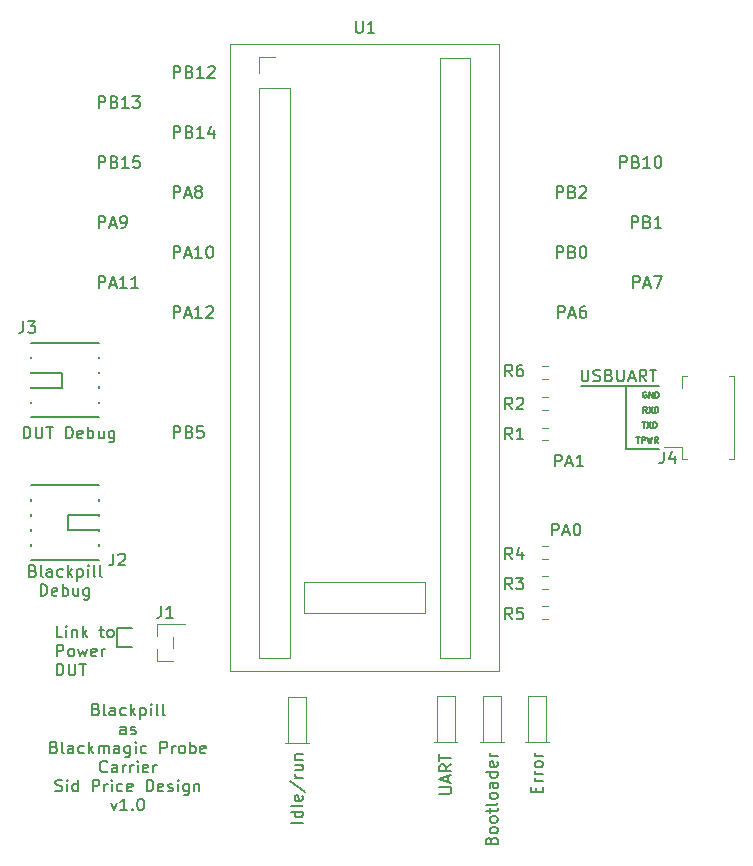
<source format=gbr>
%TF.GenerationSoftware,KiCad,Pcbnew,7.0.8*%
%TF.CreationDate,2024-08-14T14:07:49-06:00*%
%TF.ProjectId,blackpill_carrier,626c6163-6b70-4696-9c6c-5f6361727269,1.0*%
%TF.SameCoordinates,Original*%
%TF.FileFunction,Legend,Top*%
%TF.FilePolarity,Positive*%
%FSLAX46Y46*%
G04 Gerber Fmt 4.6, Leading zero omitted, Abs format (unit mm)*
G04 Created by KiCad (PCBNEW 7.0.8) date 2024-08-14 14:07:49*
%MOMM*%
%LPD*%
G01*
G04 APERTURE LIST*
%ADD10C,0.150000*%
%ADD11C,0.127000*%
%ADD12C,0.120000*%
G04 APERTURE END LIST*
D10*
X151003000Y-109601000D02*
X148209000Y-109601000D01*
X144399000Y-104267000D02*
X151003000Y-104267000D01*
X106426000Y-124714000D02*
X105156000Y-124714000D01*
X105156000Y-124714000D02*
X105156000Y-126365000D01*
X148209000Y-109601000D02*
X148209000Y-104267000D01*
X105156000Y-126365000D02*
X106426000Y-126365000D01*
D11*
X149610932Y-107289406D02*
X149901218Y-107289406D01*
X149756075Y-107797406D02*
X149756075Y-107289406D01*
X150022171Y-107289406D02*
X150360838Y-107797406D01*
X150360838Y-107289406D02*
X150022171Y-107797406D01*
X150554362Y-107797406D02*
X150554362Y-107289406D01*
X150554362Y-107289406D02*
X150675314Y-107289406D01*
X150675314Y-107289406D02*
X150747886Y-107313596D01*
X150747886Y-107313596D02*
X150796267Y-107361977D01*
X150796267Y-107361977D02*
X150820457Y-107410358D01*
X150820457Y-107410358D02*
X150844648Y-107507120D01*
X150844648Y-107507120D02*
X150844648Y-107579692D01*
X150844648Y-107579692D02*
X150820457Y-107676454D01*
X150820457Y-107676454D02*
X150796267Y-107724835D01*
X150796267Y-107724835D02*
X150747886Y-107773216D01*
X150747886Y-107773216D02*
X150675314Y-107797406D01*
X150675314Y-107797406D02*
X150554362Y-107797406D01*
X149949599Y-104773596D02*
X149901218Y-104749406D01*
X149901218Y-104749406D02*
X149828647Y-104749406D01*
X149828647Y-104749406D02*
X149756075Y-104773596D01*
X149756075Y-104773596D02*
X149707694Y-104821977D01*
X149707694Y-104821977D02*
X149683504Y-104870358D01*
X149683504Y-104870358D02*
X149659313Y-104967120D01*
X149659313Y-104967120D02*
X149659313Y-105039692D01*
X149659313Y-105039692D02*
X149683504Y-105136454D01*
X149683504Y-105136454D02*
X149707694Y-105184835D01*
X149707694Y-105184835D02*
X149756075Y-105233216D01*
X149756075Y-105233216D02*
X149828647Y-105257406D01*
X149828647Y-105257406D02*
X149877028Y-105257406D01*
X149877028Y-105257406D02*
X149949599Y-105233216D01*
X149949599Y-105233216D02*
X149973790Y-105209025D01*
X149973790Y-105209025D02*
X149973790Y-105039692D01*
X149973790Y-105039692D02*
X149877028Y-105039692D01*
X150191504Y-105257406D02*
X150191504Y-104749406D01*
X150191504Y-104749406D02*
X150481790Y-105257406D01*
X150481790Y-105257406D02*
X150481790Y-104749406D01*
X150723694Y-105257406D02*
X150723694Y-104749406D01*
X150723694Y-104749406D02*
X150844646Y-104749406D01*
X150844646Y-104749406D02*
X150917218Y-104773596D01*
X150917218Y-104773596D02*
X150965599Y-104821977D01*
X150965599Y-104821977D02*
X150989789Y-104870358D01*
X150989789Y-104870358D02*
X151013980Y-104967120D01*
X151013980Y-104967120D02*
X151013980Y-105039692D01*
X151013980Y-105039692D02*
X150989789Y-105136454D01*
X150989789Y-105136454D02*
X150965599Y-105184835D01*
X150965599Y-105184835D02*
X150917218Y-105233216D01*
X150917218Y-105233216D02*
X150844646Y-105257406D01*
X150844646Y-105257406D02*
X150723694Y-105257406D01*
D10*
X136837009Y-142750495D02*
X136884628Y-142607638D01*
X136884628Y-142607638D02*
X136932247Y-142560019D01*
X136932247Y-142560019D02*
X137027485Y-142512400D01*
X137027485Y-142512400D02*
X137170342Y-142512400D01*
X137170342Y-142512400D02*
X137265580Y-142560019D01*
X137265580Y-142560019D02*
X137313200Y-142607638D01*
X137313200Y-142607638D02*
X137360819Y-142702876D01*
X137360819Y-142702876D02*
X137360819Y-143083828D01*
X137360819Y-143083828D02*
X136360819Y-143083828D01*
X136360819Y-143083828D02*
X136360819Y-142750495D01*
X136360819Y-142750495D02*
X136408438Y-142655257D01*
X136408438Y-142655257D02*
X136456057Y-142607638D01*
X136456057Y-142607638D02*
X136551295Y-142560019D01*
X136551295Y-142560019D02*
X136646533Y-142560019D01*
X136646533Y-142560019D02*
X136741771Y-142607638D01*
X136741771Y-142607638D02*
X136789390Y-142655257D01*
X136789390Y-142655257D02*
X136837009Y-142750495D01*
X136837009Y-142750495D02*
X136837009Y-143083828D01*
X137360819Y-141940971D02*
X137313200Y-142036209D01*
X137313200Y-142036209D02*
X137265580Y-142083828D01*
X137265580Y-142083828D02*
X137170342Y-142131447D01*
X137170342Y-142131447D02*
X136884628Y-142131447D01*
X136884628Y-142131447D02*
X136789390Y-142083828D01*
X136789390Y-142083828D02*
X136741771Y-142036209D01*
X136741771Y-142036209D02*
X136694152Y-141940971D01*
X136694152Y-141940971D02*
X136694152Y-141798114D01*
X136694152Y-141798114D02*
X136741771Y-141702876D01*
X136741771Y-141702876D02*
X136789390Y-141655257D01*
X136789390Y-141655257D02*
X136884628Y-141607638D01*
X136884628Y-141607638D02*
X137170342Y-141607638D01*
X137170342Y-141607638D02*
X137265580Y-141655257D01*
X137265580Y-141655257D02*
X137313200Y-141702876D01*
X137313200Y-141702876D02*
X137360819Y-141798114D01*
X137360819Y-141798114D02*
X137360819Y-141940971D01*
X137360819Y-141036209D02*
X137313200Y-141131447D01*
X137313200Y-141131447D02*
X137265580Y-141179066D01*
X137265580Y-141179066D02*
X137170342Y-141226685D01*
X137170342Y-141226685D02*
X136884628Y-141226685D01*
X136884628Y-141226685D02*
X136789390Y-141179066D01*
X136789390Y-141179066D02*
X136741771Y-141131447D01*
X136741771Y-141131447D02*
X136694152Y-141036209D01*
X136694152Y-141036209D02*
X136694152Y-140893352D01*
X136694152Y-140893352D02*
X136741771Y-140798114D01*
X136741771Y-140798114D02*
X136789390Y-140750495D01*
X136789390Y-140750495D02*
X136884628Y-140702876D01*
X136884628Y-140702876D02*
X137170342Y-140702876D01*
X137170342Y-140702876D02*
X137265580Y-140750495D01*
X137265580Y-140750495D02*
X137313200Y-140798114D01*
X137313200Y-140798114D02*
X137360819Y-140893352D01*
X137360819Y-140893352D02*
X137360819Y-141036209D01*
X136694152Y-140417161D02*
X136694152Y-140036209D01*
X136360819Y-140274304D02*
X137217961Y-140274304D01*
X137217961Y-140274304D02*
X137313200Y-140226685D01*
X137313200Y-140226685D02*
X137360819Y-140131447D01*
X137360819Y-140131447D02*
X137360819Y-140036209D01*
X137360819Y-139560018D02*
X137313200Y-139655256D01*
X137313200Y-139655256D02*
X137217961Y-139702875D01*
X137217961Y-139702875D02*
X136360819Y-139702875D01*
X137360819Y-139036208D02*
X137313200Y-139131446D01*
X137313200Y-139131446D02*
X137265580Y-139179065D01*
X137265580Y-139179065D02*
X137170342Y-139226684D01*
X137170342Y-139226684D02*
X136884628Y-139226684D01*
X136884628Y-139226684D02*
X136789390Y-139179065D01*
X136789390Y-139179065D02*
X136741771Y-139131446D01*
X136741771Y-139131446D02*
X136694152Y-139036208D01*
X136694152Y-139036208D02*
X136694152Y-138893351D01*
X136694152Y-138893351D02*
X136741771Y-138798113D01*
X136741771Y-138798113D02*
X136789390Y-138750494D01*
X136789390Y-138750494D02*
X136884628Y-138702875D01*
X136884628Y-138702875D02*
X137170342Y-138702875D01*
X137170342Y-138702875D02*
X137265580Y-138750494D01*
X137265580Y-138750494D02*
X137313200Y-138798113D01*
X137313200Y-138798113D02*
X137360819Y-138893351D01*
X137360819Y-138893351D02*
X137360819Y-139036208D01*
X137360819Y-137845732D02*
X136837009Y-137845732D01*
X136837009Y-137845732D02*
X136741771Y-137893351D01*
X136741771Y-137893351D02*
X136694152Y-137988589D01*
X136694152Y-137988589D02*
X136694152Y-138179065D01*
X136694152Y-138179065D02*
X136741771Y-138274303D01*
X137313200Y-137845732D02*
X137360819Y-137940970D01*
X137360819Y-137940970D02*
X137360819Y-138179065D01*
X137360819Y-138179065D02*
X137313200Y-138274303D01*
X137313200Y-138274303D02*
X137217961Y-138321922D01*
X137217961Y-138321922D02*
X137122723Y-138321922D01*
X137122723Y-138321922D02*
X137027485Y-138274303D01*
X137027485Y-138274303D02*
X136979866Y-138179065D01*
X136979866Y-138179065D02*
X136979866Y-137940970D01*
X136979866Y-137940970D02*
X136932247Y-137845732D01*
X137360819Y-136940970D02*
X136360819Y-136940970D01*
X137313200Y-136940970D02*
X137360819Y-137036208D01*
X137360819Y-137036208D02*
X137360819Y-137226684D01*
X137360819Y-137226684D02*
X137313200Y-137321922D01*
X137313200Y-137321922D02*
X137265580Y-137369541D01*
X137265580Y-137369541D02*
X137170342Y-137417160D01*
X137170342Y-137417160D02*
X136884628Y-137417160D01*
X136884628Y-137417160D02*
X136789390Y-137369541D01*
X136789390Y-137369541D02*
X136741771Y-137321922D01*
X136741771Y-137321922D02*
X136694152Y-137226684D01*
X136694152Y-137226684D02*
X136694152Y-137036208D01*
X136694152Y-137036208D02*
X136741771Y-136940970D01*
X137313200Y-136083827D02*
X137360819Y-136179065D01*
X137360819Y-136179065D02*
X137360819Y-136369541D01*
X137360819Y-136369541D02*
X137313200Y-136464779D01*
X137313200Y-136464779D02*
X137217961Y-136512398D01*
X137217961Y-136512398D02*
X136837009Y-136512398D01*
X136837009Y-136512398D02*
X136741771Y-136464779D01*
X136741771Y-136464779D02*
X136694152Y-136369541D01*
X136694152Y-136369541D02*
X136694152Y-136179065D01*
X136694152Y-136179065D02*
X136741771Y-136083827D01*
X136741771Y-136083827D02*
X136837009Y-136036208D01*
X136837009Y-136036208D02*
X136932247Y-136036208D01*
X136932247Y-136036208D02*
X137027485Y-136512398D01*
X137360819Y-135607636D02*
X136694152Y-135607636D01*
X136884628Y-135607636D02*
X136789390Y-135560017D01*
X136789390Y-135560017D02*
X136741771Y-135512398D01*
X136741771Y-135512398D02*
X136694152Y-135417160D01*
X136694152Y-135417160D02*
X136694152Y-135321922D01*
D11*
X149102932Y-108559406D02*
X149393218Y-108559406D01*
X149248075Y-109067406D02*
X149248075Y-108559406D01*
X149562552Y-109067406D02*
X149562552Y-108559406D01*
X149562552Y-108559406D02*
X149756076Y-108559406D01*
X149756076Y-108559406D02*
X149804457Y-108583596D01*
X149804457Y-108583596D02*
X149828647Y-108607787D01*
X149828647Y-108607787D02*
X149852838Y-108656168D01*
X149852838Y-108656168D02*
X149852838Y-108728739D01*
X149852838Y-108728739D02*
X149828647Y-108777120D01*
X149828647Y-108777120D02*
X149804457Y-108801311D01*
X149804457Y-108801311D02*
X149756076Y-108825501D01*
X149756076Y-108825501D02*
X149562552Y-108825501D01*
X150022171Y-108559406D02*
X150143123Y-109067406D01*
X150143123Y-109067406D02*
X150239885Y-108704549D01*
X150239885Y-108704549D02*
X150336647Y-109067406D01*
X150336647Y-109067406D02*
X150457600Y-108559406D01*
X150941409Y-109067406D02*
X150772075Y-108825501D01*
X150651123Y-109067406D02*
X150651123Y-108559406D01*
X150651123Y-108559406D02*
X150844647Y-108559406D01*
X150844647Y-108559406D02*
X150893028Y-108583596D01*
X150893028Y-108583596D02*
X150917218Y-108607787D01*
X150917218Y-108607787D02*
X150941409Y-108656168D01*
X150941409Y-108656168D02*
X150941409Y-108728739D01*
X150941409Y-108728739D02*
X150917218Y-108777120D01*
X150917218Y-108777120D02*
X150893028Y-108801311D01*
X150893028Y-108801311D02*
X150844647Y-108825501D01*
X150844647Y-108825501D02*
X150651123Y-108825501D01*
D10*
X103587779Y-85798819D02*
X103587779Y-84798819D01*
X103587779Y-84798819D02*
X103968731Y-84798819D01*
X103968731Y-84798819D02*
X104063969Y-84846438D01*
X104063969Y-84846438D02*
X104111588Y-84894057D01*
X104111588Y-84894057D02*
X104159207Y-84989295D01*
X104159207Y-84989295D02*
X104159207Y-85132152D01*
X104159207Y-85132152D02*
X104111588Y-85227390D01*
X104111588Y-85227390D02*
X104063969Y-85275009D01*
X104063969Y-85275009D02*
X103968731Y-85322628D01*
X103968731Y-85322628D02*
X103587779Y-85322628D01*
X104921112Y-85275009D02*
X105063969Y-85322628D01*
X105063969Y-85322628D02*
X105111588Y-85370247D01*
X105111588Y-85370247D02*
X105159207Y-85465485D01*
X105159207Y-85465485D02*
X105159207Y-85608342D01*
X105159207Y-85608342D02*
X105111588Y-85703580D01*
X105111588Y-85703580D02*
X105063969Y-85751200D01*
X105063969Y-85751200D02*
X104968731Y-85798819D01*
X104968731Y-85798819D02*
X104587779Y-85798819D01*
X104587779Y-85798819D02*
X104587779Y-84798819D01*
X104587779Y-84798819D02*
X104921112Y-84798819D01*
X104921112Y-84798819D02*
X105016350Y-84846438D01*
X105016350Y-84846438D02*
X105063969Y-84894057D01*
X105063969Y-84894057D02*
X105111588Y-84989295D01*
X105111588Y-84989295D02*
X105111588Y-85084533D01*
X105111588Y-85084533D02*
X105063969Y-85179771D01*
X105063969Y-85179771D02*
X105016350Y-85227390D01*
X105016350Y-85227390D02*
X104921112Y-85275009D01*
X104921112Y-85275009D02*
X104587779Y-85275009D01*
X106111588Y-85798819D02*
X105540160Y-85798819D01*
X105825874Y-85798819D02*
X105825874Y-84798819D01*
X105825874Y-84798819D02*
X105730636Y-84941676D01*
X105730636Y-84941676D02*
X105635398Y-85036914D01*
X105635398Y-85036914D02*
X105540160Y-85084533D01*
X107016350Y-84798819D02*
X106540160Y-84798819D01*
X106540160Y-84798819D02*
X106492541Y-85275009D01*
X106492541Y-85275009D02*
X106540160Y-85227390D01*
X106540160Y-85227390D02*
X106635398Y-85179771D01*
X106635398Y-85179771D02*
X106873493Y-85179771D01*
X106873493Y-85179771D02*
X106968731Y-85227390D01*
X106968731Y-85227390D02*
X107016350Y-85275009D01*
X107016350Y-85275009D02*
X107063969Y-85370247D01*
X107063969Y-85370247D02*
X107063969Y-85608342D01*
X107063969Y-85608342D02*
X107016350Y-85703580D01*
X107016350Y-85703580D02*
X106968731Y-85751200D01*
X106968731Y-85751200D02*
X106873493Y-85798819D01*
X106873493Y-85798819D02*
X106635398Y-85798819D01*
X106635398Y-85798819D02*
X106540160Y-85751200D01*
X106540160Y-85751200D02*
X106492541Y-85703580D01*
X109937779Y-88338819D02*
X109937779Y-87338819D01*
X109937779Y-87338819D02*
X110318731Y-87338819D01*
X110318731Y-87338819D02*
X110413969Y-87386438D01*
X110413969Y-87386438D02*
X110461588Y-87434057D01*
X110461588Y-87434057D02*
X110509207Y-87529295D01*
X110509207Y-87529295D02*
X110509207Y-87672152D01*
X110509207Y-87672152D02*
X110461588Y-87767390D01*
X110461588Y-87767390D02*
X110413969Y-87815009D01*
X110413969Y-87815009D02*
X110318731Y-87862628D01*
X110318731Y-87862628D02*
X109937779Y-87862628D01*
X110890160Y-88053104D02*
X111366350Y-88053104D01*
X110794922Y-88338819D02*
X111128255Y-87338819D01*
X111128255Y-87338819D02*
X111461588Y-88338819D01*
X111937779Y-87767390D02*
X111842541Y-87719771D01*
X111842541Y-87719771D02*
X111794922Y-87672152D01*
X111794922Y-87672152D02*
X111747303Y-87576914D01*
X111747303Y-87576914D02*
X111747303Y-87529295D01*
X111747303Y-87529295D02*
X111794922Y-87434057D01*
X111794922Y-87434057D02*
X111842541Y-87386438D01*
X111842541Y-87386438D02*
X111937779Y-87338819D01*
X111937779Y-87338819D02*
X112128255Y-87338819D01*
X112128255Y-87338819D02*
X112223493Y-87386438D01*
X112223493Y-87386438D02*
X112271112Y-87434057D01*
X112271112Y-87434057D02*
X112318731Y-87529295D01*
X112318731Y-87529295D02*
X112318731Y-87576914D01*
X112318731Y-87576914D02*
X112271112Y-87672152D01*
X112271112Y-87672152D02*
X112223493Y-87719771D01*
X112223493Y-87719771D02*
X112128255Y-87767390D01*
X112128255Y-87767390D02*
X111937779Y-87767390D01*
X111937779Y-87767390D02*
X111842541Y-87815009D01*
X111842541Y-87815009D02*
X111794922Y-87862628D01*
X111794922Y-87862628D02*
X111747303Y-87957866D01*
X111747303Y-87957866D02*
X111747303Y-88148342D01*
X111747303Y-88148342D02*
X111794922Y-88243580D01*
X111794922Y-88243580D02*
X111842541Y-88291200D01*
X111842541Y-88291200D02*
X111937779Y-88338819D01*
X111937779Y-88338819D02*
X112128255Y-88338819D01*
X112128255Y-88338819D02*
X112223493Y-88291200D01*
X112223493Y-88291200D02*
X112271112Y-88243580D01*
X112271112Y-88243580D02*
X112318731Y-88148342D01*
X112318731Y-88148342D02*
X112318731Y-87957866D01*
X112318731Y-87957866D02*
X112271112Y-87862628D01*
X112271112Y-87862628D02*
X112223493Y-87815009D01*
X112223493Y-87815009D02*
X112128255Y-87767390D01*
D11*
X149973790Y-106527406D02*
X149804456Y-106285501D01*
X149683504Y-106527406D02*
X149683504Y-106019406D01*
X149683504Y-106019406D02*
X149877028Y-106019406D01*
X149877028Y-106019406D02*
X149925409Y-106043596D01*
X149925409Y-106043596D02*
X149949599Y-106067787D01*
X149949599Y-106067787D02*
X149973790Y-106116168D01*
X149973790Y-106116168D02*
X149973790Y-106188739D01*
X149973790Y-106188739D02*
X149949599Y-106237120D01*
X149949599Y-106237120D02*
X149925409Y-106261311D01*
X149925409Y-106261311D02*
X149877028Y-106285501D01*
X149877028Y-106285501D02*
X149683504Y-106285501D01*
X150143123Y-106019406D02*
X150481790Y-106527406D01*
X150481790Y-106019406D02*
X150143123Y-106527406D01*
X150675314Y-106527406D02*
X150675314Y-106019406D01*
X150675314Y-106019406D02*
X150796266Y-106019406D01*
X150796266Y-106019406D02*
X150868838Y-106043596D01*
X150868838Y-106043596D02*
X150917219Y-106091977D01*
X150917219Y-106091977D02*
X150941409Y-106140358D01*
X150941409Y-106140358D02*
X150965600Y-106237120D01*
X150965600Y-106237120D02*
X150965600Y-106309692D01*
X150965600Y-106309692D02*
X150941409Y-106406454D01*
X150941409Y-106406454D02*
X150917219Y-106454835D01*
X150917219Y-106454835D02*
X150868838Y-106503216D01*
X150868838Y-106503216D02*
X150796266Y-106527406D01*
X150796266Y-106527406D02*
X150675314Y-106527406D01*
D10*
X148698030Y-90878819D02*
X148698030Y-89878819D01*
X148698030Y-89878819D02*
X149078982Y-89878819D01*
X149078982Y-89878819D02*
X149174220Y-89926438D01*
X149174220Y-89926438D02*
X149221839Y-89974057D01*
X149221839Y-89974057D02*
X149269458Y-90069295D01*
X149269458Y-90069295D02*
X149269458Y-90212152D01*
X149269458Y-90212152D02*
X149221839Y-90307390D01*
X149221839Y-90307390D02*
X149174220Y-90355009D01*
X149174220Y-90355009D02*
X149078982Y-90402628D01*
X149078982Y-90402628D02*
X148698030Y-90402628D01*
X150031363Y-90355009D02*
X150174220Y-90402628D01*
X150174220Y-90402628D02*
X150221839Y-90450247D01*
X150221839Y-90450247D02*
X150269458Y-90545485D01*
X150269458Y-90545485D02*
X150269458Y-90688342D01*
X150269458Y-90688342D02*
X150221839Y-90783580D01*
X150221839Y-90783580D02*
X150174220Y-90831200D01*
X150174220Y-90831200D02*
X150078982Y-90878819D01*
X150078982Y-90878819D02*
X149698030Y-90878819D01*
X149698030Y-90878819D02*
X149698030Y-89878819D01*
X149698030Y-89878819D02*
X150031363Y-89878819D01*
X150031363Y-89878819D02*
X150126601Y-89926438D01*
X150126601Y-89926438D02*
X150174220Y-89974057D01*
X150174220Y-89974057D02*
X150221839Y-90069295D01*
X150221839Y-90069295D02*
X150221839Y-90164533D01*
X150221839Y-90164533D02*
X150174220Y-90259771D01*
X150174220Y-90259771D02*
X150126601Y-90307390D01*
X150126601Y-90307390D02*
X150031363Y-90355009D01*
X150031363Y-90355009D02*
X149698030Y-90355009D01*
X151221839Y-90878819D02*
X150650411Y-90878819D01*
X150936125Y-90878819D02*
X150936125Y-89878819D01*
X150936125Y-89878819D02*
X150840887Y-90021676D01*
X150840887Y-90021676D02*
X150745649Y-90116914D01*
X150745649Y-90116914D02*
X150650411Y-90164533D01*
X120850819Y-141226684D02*
X119850819Y-141226684D01*
X120850819Y-140321923D02*
X119850819Y-140321923D01*
X120803200Y-140321923D02*
X120850819Y-140417161D01*
X120850819Y-140417161D02*
X120850819Y-140607637D01*
X120850819Y-140607637D02*
X120803200Y-140702875D01*
X120803200Y-140702875D02*
X120755580Y-140750494D01*
X120755580Y-140750494D02*
X120660342Y-140798113D01*
X120660342Y-140798113D02*
X120374628Y-140798113D01*
X120374628Y-140798113D02*
X120279390Y-140750494D01*
X120279390Y-140750494D02*
X120231771Y-140702875D01*
X120231771Y-140702875D02*
X120184152Y-140607637D01*
X120184152Y-140607637D02*
X120184152Y-140417161D01*
X120184152Y-140417161D02*
X120231771Y-140321923D01*
X120850819Y-139702875D02*
X120803200Y-139798113D01*
X120803200Y-139798113D02*
X120707961Y-139845732D01*
X120707961Y-139845732D02*
X119850819Y-139845732D01*
X120803200Y-138940970D02*
X120850819Y-139036208D01*
X120850819Y-139036208D02*
X120850819Y-139226684D01*
X120850819Y-139226684D02*
X120803200Y-139321922D01*
X120803200Y-139321922D02*
X120707961Y-139369541D01*
X120707961Y-139369541D02*
X120327009Y-139369541D01*
X120327009Y-139369541D02*
X120231771Y-139321922D01*
X120231771Y-139321922D02*
X120184152Y-139226684D01*
X120184152Y-139226684D02*
X120184152Y-139036208D01*
X120184152Y-139036208D02*
X120231771Y-138940970D01*
X120231771Y-138940970D02*
X120327009Y-138893351D01*
X120327009Y-138893351D02*
X120422247Y-138893351D01*
X120422247Y-138893351D02*
X120517485Y-139369541D01*
X119803200Y-137750494D02*
X121088914Y-138607636D01*
X120850819Y-137417160D02*
X120184152Y-137417160D01*
X120374628Y-137417160D02*
X120279390Y-137369541D01*
X120279390Y-137369541D02*
X120231771Y-137321922D01*
X120231771Y-137321922D02*
X120184152Y-137226684D01*
X120184152Y-137226684D02*
X120184152Y-137131446D01*
X120184152Y-136369541D02*
X120850819Y-136369541D01*
X120184152Y-136798112D02*
X120707961Y-136798112D01*
X120707961Y-136798112D02*
X120803200Y-136750493D01*
X120803200Y-136750493D02*
X120850819Y-136655255D01*
X120850819Y-136655255D02*
X120850819Y-136512398D01*
X120850819Y-136512398D02*
X120803200Y-136417160D01*
X120803200Y-136417160D02*
X120755580Y-136369541D01*
X120184152Y-135893350D02*
X120850819Y-135893350D01*
X120279390Y-135893350D02*
X120231771Y-135845731D01*
X120231771Y-135845731D02*
X120184152Y-135750493D01*
X120184152Y-135750493D02*
X120184152Y-135607636D01*
X120184152Y-135607636D02*
X120231771Y-135512398D01*
X120231771Y-135512398D02*
X120327009Y-135464779D01*
X120327009Y-135464779D02*
X120850819Y-135464779D01*
X142348030Y-93418819D02*
X142348030Y-92418819D01*
X142348030Y-92418819D02*
X142728982Y-92418819D01*
X142728982Y-92418819D02*
X142824220Y-92466438D01*
X142824220Y-92466438D02*
X142871839Y-92514057D01*
X142871839Y-92514057D02*
X142919458Y-92609295D01*
X142919458Y-92609295D02*
X142919458Y-92752152D01*
X142919458Y-92752152D02*
X142871839Y-92847390D01*
X142871839Y-92847390D02*
X142824220Y-92895009D01*
X142824220Y-92895009D02*
X142728982Y-92942628D01*
X142728982Y-92942628D02*
X142348030Y-92942628D01*
X143681363Y-92895009D02*
X143824220Y-92942628D01*
X143824220Y-92942628D02*
X143871839Y-92990247D01*
X143871839Y-92990247D02*
X143919458Y-93085485D01*
X143919458Y-93085485D02*
X143919458Y-93228342D01*
X143919458Y-93228342D02*
X143871839Y-93323580D01*
X143871839Y-93323580D02*
X143824220Y-93371200D01*
X143824220Y-93371200D02*
X143728982Y-93418819D01*
X143728982Y-93418819D02*
X143348030Y-93418819D01*
X143348030Y-93418819D02*
X143348030Y-92418819D01*
X143348030Y-92418819D02*
X143681363Y-92418819D01*
X143681363Y-92418819D02*
X143776601Y-92466438D01*
X143776601Y-92466438D02*
X143824220Y-92514057D01*
X143824220Y-92514057D02*
X143871839Y-92609295D01*
X143871839Y-92609295D02*
X143871839Y-92704533D01*
X143871839Y-92704533D02*
X143824220Y-92799771D01*
X143824220Y-92799771D02*
X143776601Y-92847390D01*
X143776601Y-92847390D02*
X143681363Y-92895009D01*
X143681363Y-92895009D02*
X143348030Y-92895009D01*
X144538506Y-92418819D02*
X144633744Y-92418819D01*
X144633744Y-92418819D02*
X144728982Y-92466438D01*
X144728982Y-92466438D02*
X144776601Y-92514057D01*
X144776601Y-92514057D02*
X144824220Y-92609295D01*
X144824220Y-92609295D02*
X144871839Y-92799771D01*
X144871839Y-92799771D02*
X144871839Y-93037866D01*
X144871839Y-93037866D02*
X144824220Y-93228342D01*
X144824220Y-93228342D02*
X144776601Y-93323580D01*
X144776601Y-93323580D02*
X144728982Y-93371200D01*
X144728982Y-93371200D02*
X144633744Y-93418819D01*
X144633744Y-93418819D02*
X144538506Y-93418819D01*
X144538506Y-93418819D02*
X144443268Y-93371200D01*
X144443268Y-93371200D02*
X144395649Y-93323580D01*
X144395649Y-93323580D02*
X144348030Y-93228342D01*
X144348030Y-93228342D02*
X144300411Y-93037866D01*
X144300411Y-93037866D02*
X144300411Y-92799771D01*
X144300411Y-92799771D02*
X144348030Y-92609295D01*
X144348030Y-92609295D02*
X144395649Y-92514057D01*
X144395649Y-92514057D02*
X144443268Y-92466438D01*
X144443268Y-92466438D02*
X144538506Y-92418819D01*
X148840887Y-95958819D02*
X148840887Y-94958819D01*
X148840887Y-94958819D02*
X149221839Y-94958819D01*
X149221839Y-94958819D02*
X149317077Y-95006438D01*
X149317077Y-95006438D02*
X149364696Y-95054057D01*
X149364696Y-95054057D02*
X149412315Y-95149295D01*
X149412315Y-95149295D02*
X149412315Y-95292152D01*
X149412315Y-95292152D02*
X149364696Y-95387390D01*
X149364696Y-95387390D02*
X149317077Y-95435009D01*
X149317077Y-95435009D02*
X149221839Y-95482628D01*
X149221839Y-95482628D02*
X148840887Y-95482628D01*
X149793268Y-95673104D02*
X150269458Y-95673104D01*
X149698030Y-95958819D02*
X150031363Y-94958819D01*
X150031363Y-94958819D02*
X150364696Y-95958819D01*
X150602792Y-94958819D02*
X151269458Y-94958819D01*
X151269458Y-94958819D02*
X150840887Y-95958819D01*
X142490887Y-98498819D02*
X142490887Y-97498819D01*
X142490887Y-97498819D02*
X142871839Y-97498819D01*
X142871839Y-97498819D02*
X142967077Y-97546438D01*
X142967077Y-97546438D02*
X143014696Y-97594057D01*
X143014696Y-97594057D02*
X143062315Y-97689295D01*
X143062315Y-97689295D02*
X143062315Y-97832152D01*
X143062315Y-97832152D02*
X143014696Y-97927390D01*
X143014696Y-97927390D02*
X142967077Y-97975009D01*
X142967077Y-97975009D02*
X142871839Y-98022628D01*
X142871839Y-98022628D02*
X142490887Y-98022628D01*
X143443268Y-98213104D02*
X143919458Y-98213104D01*
X143348030Y-98498819D02*
X143681363Y-97498819D01*
X143681363Y-97498819D02*
X144014696Y-98498819D01*
X144776601Y-97498819D02*
X144586125Y-97498819D01*
X144586125Y-97498819D02*
X144490887Y-97546438D01*
X144490887Y-97546438D02*
X144443268Y-97594057D01*
X144443268Y-97594057D02*
X144348030Y-97736914D01*
X144348030Y-97736914D02*
X144300411Y-97927390D01*
X144300411Y-97927390D02*
X144300411Y-98308342D01*
X144300411Y-98308342D02*
X144348030Y-98403580D01*
X144348030Y-98403580D02*
X144395649Y-98451200D01*
X144395649Y-98451200D02*
X144490887Y-98498819D01*
X144490887Y-98498819D02*
X144681363Y-98498819D01*
X144681363Y-98498819D02*
X144776601Y-98451200D01*
X144776601Y-98451200D02*
X144824220Y-98403580D01*
X144824220Y-98403580D02*
X144871839Y-98308342D01*
X144871839Y-98308342D02*
X144871839Y-98070247D01*
X144871839Y-98070247D02*
X144824220Y-97975009D01*
X144824220Y-97975009D02*
X144776601Y-97927390D01*
X144776601Y-97927390D02*
X144681363Y-97879771D01*
X144681363Y-97879771D02*
X144490887Y-97879771D01*
X144490887Y-97879771D02*
X144395649Y-97927390D01*
X144395649Y-97927390D02*
X144348030Y-97975009D01*
X144348030Y-97975009D02*
X144300411Y-98070247D01*
X103587779Y-95958819D02*
X103587779Y-94958819D01*
X103587779Y-94958819D02*
X103968731Y-94958819D01*
X103968731Y-94958819D02*
X104063969Y-95006438D01*
X104063969Y-95006438D02*
X104111588Y-95054057D01*
X104111588Y-95054057D02*
X104159207Y-95149295D01*
X104159207Y-95149295D02*
X104159207Y-95292152D01*
X104159207Y-95292152D02*
X104111588Y-95387390D01*
X104111588Y-95387390D02*
X104063969Y-95435009D01*
X104063969Y-95435009D02*
X103968731Y-95482628D01*
X103968731Y-95482628D02*
X103587779Y-95482628D01*
X104540160Y-95673104D02*
X105016350Y-95673104D01*
X104444922Y-95958819D02*
X104778255Y-94958819D01*
X104778255Y-94958819D02*
X105111588Y-95958819D01*
X105968731Y-95958819D02*
X105397303Y-95958819D01*
X105683017Y-95958819D02*
X105683017Y-94958819D01*
X105683017Y-94958819D02*
X105587779Y-95101676D01*
X105587779Y-95101676D02*
X105492541Y-95196914D01*
X105492541Y-95196914D02*
X105397303Y-95244533D01*
X106921112Y-95958819D02*
X106349684Y-95958819D01*
X106635398Y-95958819D02*
X106635398Y-94958819D01*
X106635398Y-94958819D02*
X106540160Y-95101676D01*
X106540160Y-95101676D02*
X106444922Y-95196914D01*
X106444922Y-95196914D02*
X106349684Y-95244533D01*
X97237779Y-108708819D02*
X97237779Y-107708819D01*
X97237779Y-107708819D02*
X97475874Y-107708819D01*
X97475874Y-107708819D02*
X97618731Y-107756438D01*
X97618731Y-107756438D02*
X97713969Y-107851676D01*
X97713969Y-107851676D02*
X97761588Y-107946914D01*
X97761588Y-107946914D02*
X97809207Y-108137390D01*
X97809207Y-108137390D02*
X97809207Y-108280247D01*
X97809207Y-108280247D02*
X97761588Y-108470723D01*
X97761588Y-108470723D02*
X97713969Y-108565961D01*
X97713969Y-108565961D02*
X97618731Y-108661200D01*
X97618731Y-108661200D02*
X97475874Y-108708819D01*
X97475874Y-108708819D02*
X97237779Y-108708819D01*
X98237779Y-107708819D02*
X98237779Y-108518342D01*
X98237779Y-108518342D02*
X98285398Y-108613580D01*
X98285398Y-108613580D02*
X98333017Y-108661200D01*
X98333017Y-108661200D02*
X98428255Y-108708819D01*
X98428255Y-108708819D02*
X98618731Y-108708819D01*
X98618731Y-108708819D02*
X98713969Y-108661200D01*
X98713969Y-108661200D02*
X98761588Y-108613580D01*
X98761588Y-108613580D02*
X98809207Y-108518342D01*
X98809207Y-108518342D02*
X98809207Y-107708819D01*
X99142541Y-107708819D02*
X99713969Y-107708819D01*
X99428255Y-108708819D02*
X99428255Y-107708819D01*
X100809208Y-108708819D02*
X100809208Y-107708819D01*
X100809208Y-107708819D02*
X101047303Y-107708819D01*
X101047303Y-107708819D02*
X101190160Y-107756438D01*
X101190160Y-107756438D02*
X101285398Y-107851676D01*
X101285398Y-107851676D02*
X101333017Y-107946914D01*
X101333017Y-107946914D02*
X101380636Y-108137390D01*
X101380636Y-108137390D02*
X101380636Y-108280247D01*
X101380636Y-108280247D02*
X101333017Y-108470723D01*
X101333017Y-108470723D02*
X101285398Y-108565961D01*
X101285398Y-108565961D02*
X101190160Y-108661200D01*
X101190160Y-108661200D02*
X101047303Y-108708819D01*
X101047303Y-108708819D02*
X100809208Y-108708819D01*
X102190160Y-108661200D02*
X102094922Y-108708819D01*
X102094922Y-108708819D02*
X101904446Y-108708819D01*
X101904446Y-108708819D02*
X101809208Y-108661200D01*
X101809208Y-108661200D02*
X101761589Y-108565961D01*
X101761589Y-108565961D02*
X101761589Y-108185009D01*
X101761589Y-108185009D02*
X101809208Y-108089771D01*
X101809208Y-108089771D02*
X101904446Y-108042152D01*
X101904446Y-108042152D02*
X102094922Y-108042152D01*
X102094922Y-108042152D02*
X102190160Y-108089771D01*
X102190160Y-108089771D02*
X102237779Y-108185009D01*
X102237779Y-108185009D02*
X102237779Y-108280247D01*
X102237779Y-108280247D02*
X101761589Y-108375485D01*
X102666351Y-108708819D02*
X102666351Y-107708819D01*
X102666351Y-108089771D02*
X102761589Y-108042152D01*
X102761589Y-108042152D02*
X102952065Y-108042152D01*
X102952065Y-108042152D02*
X103047303Y-108089771D01*
X103047303Y-108089771D02*
X103094922Y-108137390D01*
X103094922Y-108137390D02*
X103142541Y-108232628D01*
X103142541Y-108232628D02*
X103142541Y-108518342D01*
X103142541Y-108518342D02*
X103094922Y-108613580D01*
X103094922Y-108613580D02*
X103047303Y-108661200D01*
X103047303Y-108661200D02*
X102952065Y-108708819D01*
X102952065Y-108708819D02*
X102761589Y-108708819D01*
X102761589Y-108708819D02*
X102666351Y-108661200D01*
X103999684Y-108042152D02*
X103999684Y-108708819D01*
X103571113Y-108042152D02*
X103571113Y-108565961D01*
X103571113Y-108565961D02*
X103618732Y-108661200D01*
X103618732Y-108661200D02*
X103713970Y-108708819D01*
X103713970Y-108708819D02*
X103856827Y-108708819D01*
X103856827Y-108708819D02*
X103952065Y-108661200D01*
X103952065Y-108661200D02*
X103999684Y-108613580D01*
X104904446Y-108042152D02*
X104904446Y-108851676D01*
X104904446Y-108851676D02*
X104856827Y-108946914D01*
X104856827Y-108946914D02*
X104809208Y-108994533D01*
X104809208Y-108994533D02*
X104713970Y-109042152D01*
X104713970Y-109042152D02*
X104571113Y-109042152D01*
X104571113Y-109042152D02*
X104475875Y-108994533D01*
X104904446Y-108661200D02*
X104809208Y-108708819D01*
X104809208Y-108708819D02*
X104618732Y-108708819D01*
X104618732Y-108708819D02*
X104523494Y-108661200D01*
X104523494Y-108661200D02*
X104475875Y-108613580D01*
X104475875Y-108613580D02*
X104428256Y-108518342D01*
X104428256Y-108518342D02*
X104428256Y-108232628D01*
X104428256Y-108232628D02*
X104475875Y-108137390D01*
X104475875Y-108137390D02*
X104523494Y-108089771D01*
X104523494Y-108089771D02*
X104618732Y-108042152D01*
X104618732Y-108042152D02*
X104809208Y-108042152D01*
X104809208Y-108042152D02*
X104904446Y-108089771D01*
X103587779Y-90878819D02*
X103587779Y-89878819D01*
X103587779Y-89878819D02*
X103968731Y-89878819D01*
X103968731Y-89878819D02*
X104063969Y-89926438D01*
X104063969Y-89926438D02*
X104111588Y-89974057D01*
X104111588Y-89974057D02*
X104159207Y-90069295D01*
X104159207Y-90069295D02*
X104159207Y-90212152D01*
X104159207Y-90212152D02*
X104111588Y-90307390D01*
X104111588Y-90307390D02*
X104063969Y-90355009D01*
X104063969Y-90355009D02*
X103968731Y-90402628D01*
X103968731Y-90402628D02*
X103587779Y-90402628D01*
X104540160Y-90593104D02*
X105016350Y-90593104D01*
X104444922Y-90878819D02*
X104778255Y-89878819D01*
X104778255Y-89878819D02*
X105111588Y-90878819D01*
X105492541Y-90878819D02*
X105683017Y-90878819D01*
X105683017Y-90878819D02*
X105778255Y-90831200D01*
X105778255Y-90831200D02*
X105825874Y-90783580D01*
X105825874Y-90783580D02*
X105921112Y-90640723D01*
X105921112Y-90640723D02*
X105968731Y-90450247D01*
X105968731Y-90450247D02*
X105968731Y-90069295D01*
X105968731Y-90069295D02*
X105921112Y-89974057D01*
X105921112Y-89974057D02*
X105873493Y-89926438D01*
X105873493Y-89926438D02*
X105778255Y-89878819D01*
X105778255Y-89878819D02*
X105587779Y-89878819D01*
X105587779Y-89878819D02*
X105492541Y-89926438D01*
X105492541Y-89926438D02*
X105444922Y-89974057D01*
X105444922Y-89974057D02*
X105397303Y-90069295D01*
X105397303Y-90069295D02*
X105397303Y-90307390D01*
X105397303Y-90307390D02*
X105444922Y-90402628D01*
X105444922Y-90402628D02*
X105492541Y-90450247D01*
X105492541Y-90450247D02*
X105587779Y-90497866D01*
X105587779Y-90497866D02*
X105778255Y-90497866D01*
X105778255Y-90497866D02*
X105873493Y-90450247D01*
X105873493Y-90450247D02*
X105921112Y-90402628D01*
X105921112Y-90402628D02*
X105968731Y-90307390D01*
X132423819Y-138782255D02*
X133233342Y-138782255D01*
X133233342Y-138782255D02*
X133328580Y-138734636D01*
X133328580Y-138734636D02*
X133376200Y-138687017D01*
X133376200Y-138687017D02*
X133423819Y-138591779D01*
X133423819Y-138591779D02*
X133423819Y-138401303D01*
X133423819Y-138401303D02*
X133376200Y-138306065D01*
X133376200Y-138306065D02*
X133328580Y-138258446D01*
X133328580Y-138258446D02*
X133233342Y-138210827D01*
X133233342Y-138210827D02*
X132423819Y-138210827D01*
X133138104Y-137782255D02*
X133138104Y-137306065D01*
X133423819Y-137877493D02*
X132423819Y-137544160D01*
X132423819Y-137544160D02*
X133423819Y-137210827D01*
X133423819Y-136306065D02*
X132947628Y-136639398D01*
X133423819Y-136877493D02*
X132423819Y-136877493D01*
X132423819Y-136877493D02*
X132423819Y-136496541D01*
X132423819Y-136496541D02*
X132471438Y-136401303D01*
X132471438Y-136401303D02*
X132519057Y-136353684D01*
X132519057Y-136353684D02*
X132614295Y-136306065D01*
X132614295Y-136306065D02*
X132757152Y-136306065D01*
X132757152Y-136306065D02*
X132852390Y-136353684D01*
X132852390Y-136353684D02*
X132900009Y-136401303D01*
X132900009Y-136401303D02*
X132947628Y-136496541D01*
X132947628Y-136496541D02*
X132947628Y-136877493D01*
X132423819Y-136020350D02*
X132423819Y-135448922D01*
X133423819Y-135734636D02*
X132423819Y-135734636D01*
X109937779Y-78178819D02*
X109937779Y-77178819D01*
X109937779Y-77178819D02*
X110318731Y-77178819D01*
X110318731Y-77178819D02*
X110413969Y-77226438D01*
X110413969Y-77226438D02*
X110461588Y-77274057D01*
X110461588Y-77274057D02*
X110509207Y-77369295D01*
X110509207Y-77369295D02*
X110509207Y-77512152D01*
X110509207Y-77512152D02*
X110461588Y-77607390D01*
X110461588Y-77607390D02*
X110413969Y-77655009D01*
X110413969Y-77655009D02*
X110318731Y-77702628D01*
X110318731Y-77702628D02*
X109937779Y-77702628D01*
X111271112Y-77655009D02*
X111413969Y-77702628D01*
X111413969Y-77702628D02*
X111461588Y-77750247D01*
X111461588Y-77750247D02*
X111509207Y-77845485D01*
X111509207Y-77845485D02*
X111509207Y-77988342D01*
X111509207Y-77988342D02*
X111461588Y-78083580D01*
X111461588Y-78083580D02*
X111413969Y-78131200D01*
X111413969Y-78131200D02*
X111318731Y-78178819D01*
X111318731Y-78178819D02*
X110937779Y-78178819D01*
X110937779Y-78178819D02*
X110937779Y-77178819D01*
X110937779Y-77178819D02*
X111271112Y-77178819D01*
X111271112Y-77178819D02*
X111366350Y-77226438D01*
X111366350Y-77226438D02*
X111413969Y-77274057D01*
X111413969Y-77274057D02*
X111461588Y-77369295D01*
X111461588Y-77369295D02*
X111461588Y-77464533D01*
X111461588Y-77464533D02*
X111413969Y-77559771D01*
X111413969Y-77559771D02*
X111366350Y-77607390D01*
X111366350Y-77607390D02*
X111271112Y-77655009D01*
X111271112Y-77655009D02*
X110937779Y-77655009D01*
X112461588Y-78178819D02*
X111890160Y-78178819D01*
X112175874Y-78178819D02*
X112175874Y-77178819D01*
X112175874Y-77178819D02*
X112080636Y-77321676D01*
X112080636Y-77321676D02*
X111985398Y-77416914D01*
X111985398Y-77416914D02*
X111890160Y-77464533D01*
X112842541Y-77274057D02*
X112890160Y-77226438D01*
X112890160Y-77226438D02*
X112985398Y-77178819D01*
X112985398Y-77178819D02*
X113223493Y-77178819D01*
X113223493Y-77178819D02*
X113318731Y-77226438D01*
X113318731Y-77226438D02*
X113366350Y-77274057D01*
X113366350Y-77274057D02*
X113413969Y-77369295D01*
X113413969Y-77369295D02*
X113413969Y-77464533D01*
X113413969Y-77464533D02*
X113366350Y-77607390D01*
X113366350Y-77607390D02*
X112794922Y-78178819D01*
X112794922Y-78178819D02*
X113413969Y-78178819D01*
X142236887Y-111071819D02*
X142236887Y-110071819D01*
X142236887Y-110071819D02*
X142617839Y-110071819D01*
X142617839Y-110071819D02*
X142713077Y-110119438D01*
X142713077Y-110119438D02*
X142760696Y-110167057D01*
X142760696Y-110167057D02*
X142808315Y-110262295D01*
X142808315Y-110262295D02*
X142808315Y-110405152D01*
X142808315Y-110405152D02*
X142760696Y-110500390D01*
X142760696Y-110500390D02*
X142713077Y-110548009D01*
X142713077Y-110548009D02*
X142617839Y-110595628D01*
X142617839Y-110595628D02*
X142236887Y-110595628D01*
X143189268Y-110786104D02*
X143665458Y-110786104D01*
X143094030Y-111071819D02*
X143427363Y-110071819D01*
X143427363Y-110071819D02*
X143760696Y-111071819D01*
X144617839Y-111071819D02*
X144046411Y-111071819D01*
X144332125Y-111071819D02*
X144332125Y-110071819D01*
X144332125Y-110071819D02*
X144236887Y-110214676D01*
X144236887Y-110214676D02*
X144141649Y-110309914D01*
X144141649Y-110309914D02*
X144046411Y-110357533D01*
X140647009Y-138655256D02*
X140647009Y-138321923D01*
X141170819Y-138179066D02*
X141170819Y-138655256D01*
X141170819Y-138655256D02*
X140170819Y-138655256D01*
X140170819Y-138655256D02*
X140170819Y-138179066D01*
X141170819Y-137750494D02*
X140504152Y-137750494D01*
X140694628Y-137750494D02*
X140599390Y-137702875D01*
X140599390Y-137702875D02*
X140551771Y-137655256D01*
X140551771Y-137655256D02*
X140504152Y-137560018D01*
X140504152Y-137560018D02*
X140504152Y-137464780D01*
X141170819Y-137131446D02*
X140504152Y-137131446D01*
X140694628Y-137131446D02*
X140599390Y-137083827D01*
X140599390Y-137083827D02*
X140551771Y-137036208D01*
X140551771Y-137036208D02*
X140504152Y-136940970D01*
X140504152Y-136940970D02*
X140504152Y-136845732D01*
X141170819Y-136369541D02*
X141123200Y-136464779D01*
X141123200Y-136464779D02*
X141075580Y-136512398D01*
X141075580Y-136512398D02*
X140980342Y-136560017D01*
X140980342Y-136560017D02*
X140694628Y-136560017D01*
X140694628Y-136560017D02*
X140599390Y-136512398D01*
X140599390Y-136512398D02*
X140551771Y-136464779D01*
X140551771Y-136464779D02*
X140504152Y-136369541D01*
X140504152Y-136369541D02*
X140504152Y-136226684D01*
X140504152Y-136226684D02*
X140551771Y-136131446D01*
X140551771Y-136131446D02*
X140599390Y-136083827D01*
X140599390Y-136083827D02*
X140694628Y-136036208D01*
X140694628Y-136036208D02*
X140980342Y-136036208D01*
X140980342Y-136036208D02*
X141075580Y-136083827D01*
X141075580Y-136083827D02*
X141123200Y-136131446D01*
X141123200Y-136131446D02*
X141170819Y-136226684D01*
X141170819Y-136226684D02*
X141170819Y-136369541D01*
X141170819Y-135607636D02*
X140504152Y-135607636D01*
X140694628Y-135607636D02*
X140599390Y-135560017D01*
X140599390Y-135560017D02*
X140551771Y-135512398D01*
X140551771Y-135512398D02*
X140504152Y-135417160D01*
X140504152Y-135417160D02*
X140504152Y-135321922D01*
X147745649Y-85798819D02*
X147745649Y-84798819D01*
X147745649Y-84798819D02*
X148126601Y-84798819D01*
X148126601Y-84798819D02*
X148221839Y-84846438D01*
X148221839Y-84846438D02*
X148269458Y-84894057D01*
X148269458Y-84894057D02*
X148317077Y-84989295D01*
X148317077Y-84989295D02*
X148317077Y-85132152D01*
X148317077Y-85132152D02*
X148269458Y-85227390D01*
X148269458Y-85227390D02*
X148221839Y-85275009D01*
X148221839Y-85275009D02*
X148126601Y-85322628D01*
X148126601Y-85322628D02*
X147745649Y-85322628D01*
X149078982Y-85275009D02*
X149221839Y-85322628D01*
X149221839Y-85322628D02*
X149269458Y-85370247D01*
X149269458Y-85370247D02*
X149317077Y-85465485D01*
X149317077Y-85465485D02*
X149317077Y-85608342D01*
X149317077Y-85608342D02*
X149269458Y-85703580D01*
X149269458Y-85703580D02*
X149221839Y-85751200D01*
X149221839Y-85751200D02*
X149126601Y-85798819D01*
X149126601Y-85798819D02*
X148745649Y-85798819D01*
X148745649Y-85798819D02*
X148745649Y-84798819D01*
X148745649Y-84798819D02*
X149078982Y-84798819D01*
X149078982Y-84798819D02*
X149174220Y-84846438D01*
X149174220Y-84846438D02*
X149221839Y-84894057D01*
X149221839Y-84894057D02*
X149269458Y-84989295D01*
X149269458Y-84989295D02*
X149269458Y-85084533D01*
X149269458Y-85084533D02*
X149221839Y-85179771D01*
X149221839Y-85179771D02*
X149174220Y-85227390D01*
X149174220Y-85227390D02*
X149078982Y-85275009D01*
X149078982Y-85275009D02*
X148745649Y-85275009D01*
X150269458Y-85798819D02*
X149698030Y-85798819D01*
X149983744Y-85798819D02*
X149983744Y-84798819D01*
X149983744Y-84798819D02*
X149888506Y-84941676D01*
X149888506Y-84941676D02*
X149793268Y-85036914D01*
X149793268Y-85036914D02*
X149698030Y-85084533D01*
X150888506Y-84798819D02*
X150983744Y-84798819D01*
X150983744Y-84798819D02*
X151078982Y-84846438D01*
X151078982Y-84846438D02*
X151126601Y-84894057D01*
X151126601Y-84894057D02*
X151174220Y-84989295D01*
X151174220Y-84989295D02*
X151221839Y-85179771D01*
X151221839Y-85179771D02*
X151221839Y-85417866D01*
X151221839Y-85417866D02*
X151174220Y-85608342D01*
X151174220Y-85608342D02*
X151126601Y-85703580D01*
X151126601Y-85703580D02*
X151078982Y-85751200D01*
X151078982Y-85751200D02*
X150983744Y-85798819D01*
X150983744Y-85798819D02*
X150888506Y-85798819D01*
X150888506Y-85798819D02*
X150793268Y-85751200D01*
X150793268Y-85751200D02*
X150745649Y-85703580D01*
X150745649Y-85703580D02*
X150698030Y-85608342D01*
X150698030Y-85608342D02*
X150650411Y-85417866D01*
X150650411Y-85417866D02*
X150650411Y-85179771D01*
X150650411Y-85179771D02*
X150698030Y-84989295D01*
X150698030Y-84989295D02*
X150745649Y-84894057D01*
X150745649Y-84894057D02*
X150793268Y-84846438D01*
X150793268Y-84846438D02*
X150888506Y-84798819D01*
X103354523Y-131631009D02*
X103497380Y-131678628D01*
X103497380Y-131678628D02*
X103544999Y-131726247D01*
X103544999Y-131726247D02*
X103592618Y-131821485D01*
X103592618Y-131821485D02*
X103592618Y-131964342D01*
X103592618Y-131964342D02*
X103544999Y-132059580D01*
X103544999Y-132059580D02*
X103497380Y-132107200D01*
X103497380Y-132107200D02*
X103402142Y-132154819D01*
X103402142Y-132154819D02*
X103021190Y-132154819D01*
X103021190Y-132154819D02*
X103021190Y-131154819D01*
X103021190Y-131154819D02*
X103354523Y-131154819D01*
X103354523Y-131154819D02*
X103449761Y-131202438D01*
X103449761Y-131202438D02*
X103497380Y-131250057D01*
X103497380Y-131250057D02*
X103544999Y-131345295D01*
X103544999Y-131345295D02*
X103544999Y-131440533D01*
X103544999Y-131440533D02*
X103497380Y-131535771D01*
X103497380Y-131535771D02*
X103449761Y-131583390D01*
X103449761Y-131583390D02*
X103354523Y-131631009D01*
X103354523Y-131631009D02*
X103021190Y-131631009D01*
X104164047Y-132154819D02*
X104068809Y-132107200D01*
X104068809Y-132107200D02*
X104021190Y-132011961D01*
X104021190Y-132011961D02*
X104021190Y-131154819D01*
X104973571Y-132154819D02*
X104973571Y-131631009D01*
X104973571Y-131631009D02*
X104925952Y-131535771D01*
X104925952Y-131535771D02*
X104830714Y-131488152D01*
X104830714Y-131488152D02*
X104640238Y-131488152D01*
X104640238Y-131488152D02*
X104545000Y-131535771D01*
X104973571Y-132107200D02*
X104878333Y-132154819D01*
X104878333Y-132154819D02*
X104640238Y-132154819D01*
X104640238Y-132154819D02*
X104545000Y-132107200D01*
X104545000Y-132107200D02*
X104497381Y-132011961D01*
X104497381Y-132011961D02*
X104497381Y-131916723D01*
X104497381Y-131916723D02*
X104545000Y-131821485D01*
X104545000Y-131821485D02*
X104640238Y-131773866D01*
X104640238Y-131773866D02*
X104878333Y-131773866D01*
X104878333Y-131773866D02*
X104973571Y-131726247D01*
X105878333Y-132107200D02*
X105783095Y-132154819D01*
X105783095Y-132154819D02*
X105592619Y-132154819D01*
X105592619Y-132154819D02*
X105497381Y-132107200D01*
X105497381Y-132107200D02*
X105449762Y-132059580D01*
X105449762Y-132059580D02*
X105402143Y-131964342D01*
X105402143Y-131964342D02*
X105402143Y-131678628D01*
X105402143Y-131678628D02*
X105449762Y-131583390D01*
X105449762Y-131583390D02*
X105497381Y-131535771D01*
X105497381Y-131535771D02*
X105592619Y-131488152D01*
X105592619Y-131488152D02*
X105783095Y-131488152D01*
X105783095Y-131488152D02*
X105878333Y-131535771D01*
X106306905Y-132154819D02*
X106306905Y-131154819D01*
X106402143Y-131773866D02*
X106687857Y-132154819D01*
X106687857Y-131488152D02*
X106306905Y-131869104D01*
X107116429Y-131488152D02*
X107116429Y-132488152D01*
X107116429Y-131535771D02*
X107211667Y-131488152D01*
X107211667Y-131488152D02*
X107402143Y-131488152D01*
X107402143Y-131488152D02*
X107497381Y-131535771D01*
X107497381Y-131535771D02*
X107545000Y-131583390D01*
X107545000Y-131583390D02*
X107592619Y-131678628D01*
X107592619Y-131678628D02*
X107592619Y-131964342D01*
X107592619Y-131964342D02*
X107545000Y-132059580D01*
X107545000Y-132059580D02*
X107497381Y-132107200D01*
X107497381Y-132107200D02*
X107402143Y-132154819D01*
X107402143Y-132154819D02*
X107211667Y-132154819D01*
X107211667Y-132154819D02*
X107116429Y-132107200D01*
X108021191Y-132154819D02*
X108021191Y-131488152D01*
X108021191Y-131154819D02*
X107973572Y-131202438D01*
X107973572Y-131202438D02*
X108021191Y-131250057D01*
X108021191Y-131250057D02*
X108068810Y-131202438D01*
X108068810Y-131202438D02*
X108021191Y-131154819D01*
X108021191Y-131154819D02*
X108021191Y-131250057D01*
X108640238Y-132154819D02*
X108545000Y-132107200D01*
X108545000Y-132107200D02*
X108497381Y-132011961D01*
X108497381Y-132011961D02*
X108497381Y-131154819D01*
X109164048Y-132154819D02*
X109068810Y-132107200D01*
X109068810Y-132107200D02*
X109021191Y-132011961D01*
X109021191Y-132011961D02*
X109021191Y-131154819D01*
X105854523Y-133764819D02*
X105854523Y-133241009D01*
X105854523Y-133241009D02*
X105806904Y-133145771D01*
X105806904Y-133145771D02*
X105711666Y-133098152D01*
X105711666Y-133098152D02*
X105521190Y-133098152D01*
X105521190Y-133098152D02*
X105425952Y-133145771D01*
X105854523Y-133717200D02*
X105759285Y-133764819D01*
X105759285Y-133764819D02*
X105521190Y-133764819D01*
X105521190Y-133764819D02*
X105425952Y-133717200D01*
X105425952Y-133717200D02*
X105378333Y-133621961D01*
X105378333Y-133621961D02*
X105378333Y-133526723D01*
X105378333Y-133526723D02*
X105425952Y-133431485D01*
X105425952Y-133431485D02*
X105521190Y-133383866D01*
X105521190Y-133383866D02*
X105759285Y-133383866D01*
X105759285Y-133383866D02*
X105854523Y-133336247D01*
X106283095Y-133717200D02*
X106378333Y-133764819D01*
X106378333Y-133764819D02*
X106568809Y-133764819D01*
X106568809Y-133764819D02*
X106664047Y-133717200D01*
X106664047Y-133717200D02*
X106711666Y-133621961D01*
X106711666Y-133621961D02*
X106711666Y-133574342D01*
X106711666Y-133574342D02*
X106664047Y-133479104D01*
X106664047Y-133479104D02*
X106568809Y-133431485D01*
X106568809Y-133431485D02*
X106425952Y-133431485D01*
X106425952Y-133431485D02*
X106330714Y-133383866D01*
X106330714Y-133383866D02*
X106283095Y-133288628D01*
X106283095Y-133288628D02*
X106283095Y-133241009D01*
X106283095Y-133241009D02*
X106330714Y-133145771D01*
X106330714Y-133145771D02*
X106425952Y-133098152D01*
X106425952Y-133098152D02*
X106568809Y-133098152D01*
X106568809Y-133098152D02*
X106664047Y-133145771D01*
X99806904Y-134851009D02*
X99949761Y-134898628D01*
X99949761Y-134898628D02*
X99997380Y-134946247D01*
X99997380Y-134946247D02*
X100044999Y-135041485D01*
X100044999Y-135041485D02*
X100044999Y-135184342D01*
X100044999Y-135184342D02*
X99997380Y-135279580D01*
X99997380Y-135279580D02*
X99949761Y-135327200D01*
X99949761Y-135327200D02*
X99854523Y-135374819D01*
X99854523Y-135374819D02*
X99473571Y-135374819D01*
X99473571Y-135374819D02*
X99473571Y-134374819D01*
X99473571Y-134374819D02*
X99806904Y-134374819D01*
X99806904Y-134374819D02*
X99902142Y-134422438D01*
X99902142Y-134422438D02*
X99949761Y-134470057D01*
X99949761Y-134470057D02*
X99997380Y-134565295D01*
X99997380Y-134565295D02*
X99997380Y-134660533D01*
X99997380Y-134660533D02*
X99949761Y-134755771D01*
X99949761Y-134755771D02*
X99902142Y-134803390D01*
X99902142Y-134803390D02*
X99806904Y-134851009D01*
X99806904Y-134851009D02*
X99473571Y-134851009D01*
X100616428Y-135374819D02*
X100521190Y-135327200D01*
X100521190Y-135327200D02*
X100473571Y-135231961D01*
X100473571Y-135231961D02*
X100473571Y-134374819D01*
X101425952Y-135374819D02*
X101425952Y-134851009D01*
X101425952Y-134851009D02*
X101378333Y-134755771D01*
X101378333Y-134755771D02*
X101283095Y-134708152D01*
X101283095Y-134708152D02*
X101092619Y-134708152D01*
X101092619Y-134708152D02*
X100997381Y-134755771D01*
X101425952Y-135327200D02*
X101330714Y-135374819D01*
X101330714Y-135374819D02*
X101092619Y-135374819D01*
X101092619Y-135374819D02*
X100997381Y-135327200D01*
X100997381Y-135327200D02*
X100949762Y-135231961D01*
X100949762Y-135231961D02*
X100949762Y-135136723D01*
X100949762Y-135136723D02*
X100997381Y-135041485D01*
X100997381Y-135041485D02*
X101092619Y-134993866D01*
X101092619Y-134993866D02*
X101330714Y-134993866D01*
X101330714Y-134993866D02*
X101425952Y-134946247D01*
X102330714Y-135327200D02*
X102235476Y-135374819D01*
X102235476Y-135374819D02*
X102045000Y-135374819D01*
X102045000Y-135374819D02*
X101949762Y-135327200D01*
X101949762Y-135327200D02*
X101902143Y-135279580D01*
X101902143Y-135279580D02*
X101854524Y-135184342D01*
X101854524Y-135184342D02*
X101854524Y-134898628D01*
X101854524Y-134898628D02*
X101902143Y-134803390D01*
X101902143Y-134803390D02*
X101949762Y-134755771D01*
X101949762Y-134755771D02*
X102045000Y-134708152D01*
X102045000Y-134708152D02*
X102235476Y-134708152D01*
X102235476Y-134708152D02*
X102330714Y-134755771D01*
X102759286Y-135374819D02*
X102759286Y-134374819D01*
X102854524Y-134993866D02*
X103140238Y-135374819D01*
X103140238Y-134708152D02*
X102759286Y-135089104D01*
X103568810Y-135374819D02*
X103568810Y-134708152D01*
X103568810Y-134803390D02*
X103616429Y-134755771D01*
X103616429Y-134755771D02*
X103711667Y-134708152D01*
X103711667Y-134708152D02*
X103854524Y-134708152D01*
X103854524Y-134708152D02*
X103949762Y-134755771D01*
X103949762Y-134755771D02*
X103997381Y-134851009D01*
X103997381Y-134851009D02*
X103997381Y-135374819D01*
X103997381Y-134851009D02*
X104045000Y-134755771D01*
X104045000Y-134755771D02*
X104140238Y-134708152D01*
X104140238Y-134708152D02*
X104283095Y-134708152D01*
X104283095Y-134708152D02*
X104378334Y-134755771D01*
X104378334Y-134755771D02*
X104425953Y-134851009D01*
X104425953Y-134851009D02*
X104425953Y-135374819D01*
X105330714Y-135374819D02*
X105330714Y-134851009D01*
X105330714Y-134851009D02*
X105283095Y-134755771D01*
X105283095Y-134755771D02*
X105187857Y-134708152D01*
X105187857Y-134708152D02*
X104997381Y-134708152D01*
X104997381Y-134708152D02*
X104902143Y-134755771D01*
X105330714Y-135327200D02*
X105235476Y-135374819D01*
X105235476Y-135374819D02*
X104997381Y-135374819D01*
X104997381Y-135374819D02*
X104902143Y-135327200D01*
X104902143Y-135327200D02*
X104854524Y-135231961D01*
X104854524Y-135231961D02*
X104854524Y-135136723D01*
X104854524Y-135136723D02*
X104902143Y-135041485D01*
X104902143Y-135041485D02*
X104997381Y-134993866D01*
X104997381Y-134993866D02*
X105235476Y-134993866D01*
X105235476Y-134993866D02*
X105330714Y-134946247D01*
X106235476Y-134708152D02*
X106235476Y-135517676D01*
X106235476Y-135517676D02*
X106187857Y-135612914D01*
X106187857Y-135612914D02*
X106140238Y-135660533D01*
X106140238Y-135660533D02*
X106045000Y-135708152D01*
X106045000Y-135708152D02*
X105902143Y-135708152D01*
X105902143Y-135708152D02*
X105806905Y-135660533D01*
X106235476Y-135327200D02*
X106140238Y-135374819D01*
X106140238Y-135374819D02*
X105949762Y-135374819D01*
X105949762Y-135374819D02*
X105854524Y-135327200D01*
X105854524Y-135327200D02*
X105806905Y-135279580D01*
X105806905Y-135279580D02*
X105759286Y-135184342D01*
X105759286Y-135184342D02*
X105759286Y-134898628D01*
X105759286Y-134898628D02*
X105806905Y-134803390D01*
X105806905Y-134803390D02*
X105854524Y-134755771D01*
X105854524Y-134755771D02*
X105949762Y-134708152D01*
X105949762Y-134708152D02*
X106140238Y-134708152D01*
X106140238Y-134708152D02*
X106235476Y-134755771D01*
X106711667Y-135374819D02*
X106711667Y-134708152D01*
X106711667Y-134374819D02*
X106664048Y-134422438D01*
X106664048Y-134422438D02*
X106711667Y-134470057D01*
X106711667Y-134470057D02*
X106759286Y-134422438D01*
X106759286Y-134422438D02*
X106711667Y-134374819D01*
X106711667Y-134374819D02*
X106711667Y-134470057D01*
X107616428Y-135327200D02*
X107521190Y-135374819D01*
X107521190Y-135374819D02*
X107330714Y-135374819D01*
X107330714Y-135374819D02*
X107235476Y-135327200D01*
X107235476Y-135327200D02*
X107187857Y-135279580D01*
X107187857Y-135279580D02*
X107140238Y-135184342D01*
X107140238Y-135184342D02*
X107140238Y-134898628D01*
X107140238Y-134898628D02*
X107187857Y-134803390D01*
X107187857Y-134803390D02*
X107235476Y-134755771D01*
X107235476Y-134755771D02*
X107330714Y-134708152D01*
X107330714Y-134708152D02*
X107521190Y-134708152D01*
X107521190Y-134708152D02*
X107616428Y-134755771D01*
X108806905Y-135374819D02*
X108806905Y-134374819D01*
X108806905Y-134374819D02*
X109187857Y-134374819D01*
X109187857Y-134374819D02*
X109283095Y-134422438D01*
X109283095Y-134422438D02*
X109330714Y-134470057D01*
X109330714Y-134470057D02*
X109378333Y-134565295D01*
X109378333Y-134565295D02*
X109378333Y-134708152D01*
X109378333Y-134708152D02*
X109330714Y-134803390D01*
X109330714Y-134803390D02*
X109283095Y-134851009D01*
X109283095Y-134851009D02*
X109187857Y-134898628D01*
X109187857Y-134898628D02*
X108806905Y-134898628D01*
X109806905Y-135374819D02*
X109806905Y-134708152D01*
X109806905Y-134898628D02*
X109854524Y-134803390D01*
X109854524Y-134803390D02*
X109902143Y-134755771D01*
X109902143Y-134755771D02*
X109997381Y-134708152D01*
X109997381Y-134708152D02*
X110092619Y-134708152D01*
X110568810Y-135374819D02*
X110473572Y-135327200D01*
X110473572Y-135327200D02*
X110425953Y-135279580D01*
X110425953Y-135279580D02*
X110378334Y-135184342D01*
X110378334Y-135184342D02*
X110378334Y-134898628D01*
X110378334Y-134898628D02*
X110425953Y-134803390D01*
X110425953Y-134803390D02*
X110473572Y-134755771D01*
X110473572Y-134755771D02*
X110568810Y-134708152D01*
X110568810Y-134708152D02*
X110711667Y-134708152D01*
X110711667Y-134708152D02*
X110806905Y-134755771D01*
X110806905Y-134755771D02*
X110854524Y-134803390D01*
X110854524Y-134803390D02*
X110902143Y-134898628D01*
X110902143Y-134898628D02*
X110902143Y-135184342D01*
X110902143Y-135184342D02*
X110854524Y-135279580D01*
X110854524Y-135279580D02*
X110806905Y-135327200D01*
X110806905Y-135327200D02*
X110711667Y-135374819D01*
X110711667Y-135374819D02*
X110568810Y-135374819D01*
X111330715Y-135374819D02*
X111330715Y-134374819D01*
X111330715Y-134755771D02*
X111425953Y-134708152D01*
X111425953Y-134708152D02*
X111616429Y-134708152D01*
X111616429Y-134708152D02*
X111711667Y-134755771D01*
X111711667Y-134755771D02*
X111759286Y-134803390D01*
X111759286Y-134803390D02*
X111806905Y-134898628D01*
X111806905Y-134898628D02*
X111806905Y-135184342D01*
X111806905Y-135184342D02*
X111759286Y-135279580D01*
X111759286Y-135279580D02*
X111711667Y-135327200D01*
X111711667Y-135327200D02*
X111616429Y-135374819D01*
X111616429Y-135374819D02*
X111425953Y-135374819D01*
X111425953Y-135374819D02*
X111330715Y-135327200D01*
X112616429Y-135327200D02*
X112521191Y-135374819D01*
X112521191Y-135374819D02*
X112330715Y-135374819D01*
X112330715Y-135374819D02*
X112235477Y-135327200D01*
X112235477Y-135327200D02*
X112187858Y-135231961D01*
X112187858Y-135231961D02*
X112187858Y-134851009D01*
X112187858Y-134851009D02*
X112235477Y-134755771D01*
X112235477Y-134755771D02*
X112330715Y-134708152D01*
X112330715Y-134708152D02*
X112521191Y-134708152D01*
X112521191Y-134708152D02*
X112616429Y-134755771D01*
X112616429Y-134755771D02*
X112664048Y-134851009D01*
X112664048Y-134851009D02*
X112664048Y-134946247D01*
X112664048Y-134946247D02*
X112187858Y-135041485D01*
X104306904Y-136889580D02*
X104259285Y-136937200D01*
X104259285Y-136937200D02*
X104116428Y-136984819D01*
X104116428Y-136984819D02*
X104021190Y-136984819D01*
X104021190Y-136984819D02*
X103878333Y-136937200D01*
X103878333Y-136937200D02*
X103783095Y-136841961D01*
X103783095Y-136841961D02*
X103735476Y-136746723D01*
X103735476Y-136746723D02*
X103687857Y-136556247D01*
X103687857Y-136556247D02*
X103687857Y-136413390D01*
X103687857Y-136413390D02*
X103735476Y-136222914D01*
X103735476Y-136222914D02*
X103783095Y-136127676D01*
X103783095Y-136127676D02*
X103878333Y-136032438D01*
X103878333Y-136032438D02*
X104021190Y-135984819D01*
X104021190Y-135984819D02*
X104116428Y-135984819D01*
X104116428Y-135984819D02*
X104259285Y-136032438D01*
X104259285Y-136032438D02*
X104306904Y-136080057D01*
X105164047Y-136984819D02*
X105164047Y-136461009D01*
X105164047Y-136461009D02*
X105116428Y-136365771D01*
X105116428Y-136365771D02*
X105021190Y-136318152D01*
X105021190Y-136318152D02*
X104830714Y-136318152D01*
X104830714Y-136318152D02*
X104735476Y-136365771D01*
X105164047Y-136937200D02*
X105068809Y-136984819D01*
X105068809Y-136984819D02*
X104830714Y-136984819D01*
X104830714Y-136984819D02*
X104735476Y-136937200D01*
X104735476Y-136937200D02*
X104687857Y-136841961D01*
X104687857Y-136841961D02*
X104687857Y-136746723D01*
X104687857Y-136746723D02*
X104735476Y-136651485D01*
X104735476Y-136651485D02*
X104830714Y-136603866D01*
X104830714Y-136603866D02*
X105068809Y-136603866D01*
X105068809Y-136603866D02*
X105164047Y-136556247D01*
X105640238Y-136984819D02*
X105640238Y-136318152D01*
X105640238Y-136508628D02*
X105687857Y-136413390D01*
X105687857Y-136413390D02*
X105735476Y-136365771D01*
X105735476Y-136365771D02*
X105830714Y-136318152D01*
X105830714Y-136318152D02*
X105925952Y-136318152D01*
X106259286Y-136984819D02*
X106259286Y-136318152D01*
X106259286Y-136508628D02*
X106306905Y-136413390D01*
X106306905Y-136413390D02*
X106354524Y-136365771D01*
X106354524Y-136365771D02*
X106449762Y-136318152D01*
X106449762Y-136318152D02*
X106545000Y-136318152D01*
X106878334Y-136984819D02*
X106878334Y-136318152D01*
X106878334Y-135984819D02*
X106830715Y-136032438D01*
X106830715Y-136032438D02*
X106878334Y-136080057D01*
X106878334Y-136080057D02*
X106925953Y-136032438D01*
X106925953Y-136032438D02*
X106878334Y-135984819D01*
X106878334Y-135984819D02*
X106878334Y-136080057D01*
X107735476Y-136937200D02*
X107640238Y-136984819D01*
X107640238Y-136984819D02*
X107449762Y-136984819D01*
X107449762Y-136984819D02*
X107354524Y-136937200D01*
X107354524Y-136937200D02*
X107306905Y-136841961D01*
X107306905Y-136841961D02*
X107306905Y-136461009D01*
X107306905Y-136461009D02*
X107354524Y-136365771D01*
X107354524Y-136365771D02*
X107449762Y-136318152D01*
X107449762Y-136318152D02*
X107640238Y-136318152D01*
X107640238Y-136318152D02*
X107735476Y-136365771D01*
X107735476Y-136365771D02*
X107783095Y-136461009D01*
X107783095Y-136461009D02*
X107783095Y-136556247D01*
X107783095Y-136556247D02*
X107306905Y-136651485D01*
X108211667Y-136984819D02*
X108211667Y-136318152D01*
X108211667Y-136508628D02*
X108259286Y-136413390D01*
X108259286Y-136413390D02*
X108306905Y-136365771D01*
X108306905Y-136365771D02*
X108402143Y-136318152D01*
X108402143Y-136318152D02*
X108497381Y-136318152D01*
X99925952Y-138547200D02*
X100068809Y-138594819D01*
X100068809Y-138594819D02*
X100306904Y-138594819D01*
X100306904Y-138594819D02*
X100402142Y-138547200D01*
X100402142Y-138547200D02*
X100449761Y-138499580D01*
X100449761Y-138499580D02*
X100497380Y-138404342D01*
X100497380Y-138404342D02*
X100497380Y-138309104D01*
X100497380Y-138309104D02*
X100449761Y-138213866D01*
X100449761Y-138213866D02*
X100402142Y-138166247D01*
X100402142Y-138166247D02*
X100306904Y-138118628D01*
X100306904Y-138118628D02*
X100116428Y-138071009D01*
X100116428Y-138071009D02*
X100021190Y-138023390D01*
X100021190Y-138023390D02*
X99973571Y-137975771D01*
X99973571Y-137975771D02*
X99925952Y-137880533D01*
X99925952Y-137880533D02*
X99925952Y-137785295D01*
X99925952Y-137785295D02*
X99973571Y-137690057D01*
X99973571Y-137690057D02*
X100021190Y-137642438D01*
X100021190Y-137642438D02*
X100116428Y-137594819D01*
X100116428Y-137594819D02*
X100354523Y-137594819D01*
X100354523Y-137594819D02*
X100497380Y-137642438D01*
X100925952Y-138594819D02*
X100925952Y-137928152D01*
X100925952Y-137594819D02*
X100878333Y-137642438D01*
X100878333Y-137642438D02*
X100925952Y-137690057D01*
X100925952Y-137690057D02*
X100973571Y-137642438D01*
X100973571Y-137642438D02*
X100925952Y-137594819D01*
X100925952Y-137594819D02*
X100925952Y-137690057D01*
X101830713Y-138594819D02*
X101830713Y-137594819D01*
X101830713Y-138547200D02*
X101735475Y-138594819D01*
X101735475Y-138594819D02*
X101544999Y-138594819D01*
X101544999Y-138594819D02*
X101449761Y-138547200D01*
X101449761Y-138547200D02*
X101402142Y-138499580D01*
X101402142Y-138499580D02*
X101354523Y-138404342D01*
X101354523Y-138404342D02*
X101354523Y-138118628D01*
X101354523Y-138118628D02*
X101402142Y-138023390D01*
X101402142Y-138023390D02*
X101449761Y-137975771D01*
X101449761Y-137975771D02*
X101544999Y-137928152D01*
X101544999Y-137928152D02*
X101735475Y-137928152D01*
X101735475Y-137928152D02*
X101830713Y-137975771D01*
X103068809Y-138594819D02*
X103068809Y-137594819D01*
X103068809Y-137594819D02*
X103449761Y-137594819D01*
X103449761Y-137594819D02*
X103544999Y-137642438D01*
X103544999Y-137642438D02*
X103592618Y-137690057D01*
X103592618Y-137690057D02*
X103640237Y-137785295D01*
X103640237Y-137785295D02*
X103640237Y-137928152D01*
X103640237Y-137928152D02*
X103592618Y-138023390D01*
X103592618Y-138023390D02*
X103544999Y-138071009D01*
X103544999Y-138071009D02*
X103449761Y-138118628D01*
X103449761Y-138118628D02*
X103068809Y-138118628D01*
X104068809Y-138594819D02*
X104068809Y-137928152D01*
X104068809Y-138118628D02*
X104116428Y-138023390D01*
X104116428Y-138023390D02*
X104164047Y-137975771D01*
X104164047Y-137975771D02*
X104259285Y-137928152D01*
X104259285Y-137928152D02*
X104354523Y-137928152D01*
X104687857Y-138594819D02*
X104687857Y-137928152D01*
X104687857Y-137594819D02*
X104640238Y-137642438D01*
X104640238Y-137642438D02*
X104687857Y-137690057D01*
X104687857Y-137690057D02*
X104735476Y-137642438D01*
X104735476Y-137642438D02*
X104687857Y-137594819D01*
X104687857Y-137594819D02*
X104687857Y-137690057D01*
X105592618Y-138547200D02*
X105497380Y-138594819D01*
X105497380Y-138594819D02*
X105306904Y-138594819D01*
X105306904Y-138594819D02*
X105211666Y-138547200D01*
X105211666Y-138547200D02*
X105164047Y-138499580D01*
X105164047Y-138499580D02*
X105116428Y-138404342D01*
X105116428Y-138404342D02*
X105116428Y-138118628D01*
X105116428Y-138118628D02*
X105164047Y-138023390D01*
X105164047Y-138023390D02*
X105211666Y-137975771D01*
X105211666Y-137975771D02*
X105306904Y-137928152D01*
X105306904Y-137928152D02*
X105497380Y-137928152D01*
X105497380Y-137928152D02*
X105592618Y-137975771D01*
X106402142Y-138547200D02*
X106306904Y-138594819D01*
X106306904Y-138594819D02*
X106116428Y-138594819D01*
X106116428Y-138594819D02*
X106021190Y-138547200D01*
X106021190Y-138547200D02*
X105973571Y-138451961D01*
X105973571Y-138451961D02*
X105973571Y-138071009D01*
X105973571Y-138071009D02*
X106021190Y-137975771D01*
X106021190Y-137975771D02*
X106116428Y-137928152D01*
X106116428Y-137928152D02*
X106306904Y-137928152D01*
X106306904Y-137928152D02*
X106402142Y-137975771D01*
X106402142Y-137975771D02*
X106449761Y-138071009D01*
X106449761Y-138071009D02*
X106449761Y-138166247D01*
X106449761Y-138166247D02*
X105973571Y-138261485D01*
X107640238Y-138594819D02*
X107640238Y-137594819D01*
X107640238Y-137594819D02*
X107878333Y-137594819D01*
X107878333Y-137594819D02*
X108021190Y-137642438D01*
X108021190Y-137642438D02*
X108116428Y-137737676D01*
X108116428Y-137737676D02*
X108164047Y-137832914D01*
X108164047Y-137832914D02*
X108211666Y-138023390D01*
X108211666Y-138023390D02*
X108211666Y-138166247D01*
X108211666Y-138166247D02*
X108164047Y-138356723D01*
X108164047Y-138356723D02*
X108116428Y-138451961D01*
X108116428Y-138451961D02*
X108021190Y-138547200D01*
X108021190Y-138547200D02*
X107878333Y-138594819D01*
X107878333Y-138594819D02*
X107640238Y-138594819D01*
X109021190Y-138547200D02*
X108925952Y-138594819D01*
X108925952Y-138594819D02*
X108735476Y-138594819D01*
X108735476Y-138594819D02*
X108640238Y-138547200D01*
X108640238Y-138547200D02*
X108592619Y-138451961D01*
X108592619Y-138451961D02*
X108592619Y-138071009D01*
X108592619Y-138071009D02*
X108640238Y-137975771D01*
X108640238Y-137975771D02*
X108735476Y-137928152D01*
X108735476Y-137928152D02*
X108925952Y-137928152D01*
X108925952Y-137928152D02*
X109021190Y-137975771D01*
X109021190Y-137975771D02*
X109068809Y-138071009D01*
X109068809Y-138071009D02*
X109068809Y-138166247D01*
X109068809Y-138166247D02*
X108592619Y-138261485D01*
X109449762Y-138547200D02*
X109545000Y-138594819D01*
X109545000Y-138594819D02*
X109735476Y-138594819D01*
X109735476Y-138594819D02*
X109830714Y-138547200D01*
X109830714Y-138547200D02*
X109878333Y-138451961D01*
X109878333Y-138451961D02*
X109878333Y-138404342D01*
X109878333Y-138404342D02*
X109830714Y-138309104D01*
X109830714Y-138309104D02*
X109735476Y-138261485D01*
X109735476Y-138261485D02*
X109592619Y-138261485D01*
X109592619Y-138261485D02*
X109497381Y-138213866D01*
X109497381Y-138213866D02*
X109449762Y-138118628D01*
X109449762Y-138118628D02*
X109449762Y-138071009D01*
X109449762Y-138071009D02*
X109497381Y-137975771D01*
X109497381Y-137975771D02*
X109592619Y-137928152D01*
X109592619Y-137928152D02*
X109735476Y-137928152D01*
X109735476Y-137928152D02*
X109830714Y-137975771D01*
X110306905Y-138594819D02*
X110306905Y-137928152D01*
X110306905Y-137594819D02*
X110259286Y-137642438D01*
X110259286Y-137642438D02*
X110306905Y-137690057D01*
X110306905Y-137690057D02*
X110354524Y-137642438D01*
X110354524Y-137642438D02*
X110306905Y-137594819D01*
X110306905Y-137594819D02*
X110306905Y-137690057D01*
X111211666Y-137928152D02*
X111211666Y-138737676D01*
X111211666Y-138737676D02*
X111164047Y-138832914D01*
X111164047Y-138832914D02*
X111116428Y-138880533D01*
X111116428Y-138880533D02*
X111021190Y-138928152D01*
X111021190Y-138928152D02*
X110878333Y-138928152D01*
X110878333Y-138928152D02*
X110783095Y-138880533D01*
X111211666Y-138547200D02*
X111116428Y-138594819D01*
X111116428Y-138594819D02*
X110925952Y-138594819D01*
X110925952Y-138594819D02*
X110830714Y-138547200D01*
X110830714Y-138547200D02*
X110783095Y-138499580D01*
X110783095Y-138499580D02*
X110735476Y-138404342D01*
X110735476Y-138404342D02*
X110735476Y-138118628D01*
X110735476Y-138118628D02*
X110783095Y-138023390D01*
X110783095Y-138023390D02*
X110830714Y-137975771D01*
X110830714Y-137975771D02*
X110925952Y-137928152D01*
X110925952Y-137928152D02*
X111116428Y-137928152D01*
X111116428Y-137928152D02*
X111211666Y-137975771D01*
X111687857Y-137928152D02*
X111687857Y-138594819D01*
X111687857Y-138023390D02*
X111735476Y-137975771D01*
X111735476Y-137975771D02*
X111830714Y-137928152D01*
X111830714Y-137928152D02*
X111973571Y-137928152D01*
X111973571Y-137928152D02*
X112068809Y-137975771D01*
X112068809Y-137975771D02*
X112116428Y-138071009D01*
X112116428Y-138071009D02*
X112116428Y-138594819D01*
X104616429Y-139538152D02*
X104854524Y-140204819D01*
X104854524Y-140204819D02*
X105092619Y-139538152D01*
X105997381Y-140204819D02*
X105425953Y-140204819D01*
X105711667Y-140204819D02*
X105711667Y-139204819D01*
X105711667Y-139204819D02*
X105616429Y-139347676D01*
X105616429Y-139347676D02*
X105521191Y-139442914D01*
X105521191Y-139442914D02*
X105425953Y-139490533D01*
X106425953Y-140109580D02*
X106473572Y-140157200D01*
X106473572Y-140157200D02*
X106425953Y-140204819D01*
X106425953Y-140204819D02*
X106378334Y-140157200D01*
X106378334Y-140157200D02*
X106425953Y-140109580D01*
X106425953Y-140109580D02*
X106425953Y-140204819D01*
X107092619Y-139204819D02*
X107187857Y-139204819D01*
X107187857Y-139204819D02*
X107283095Y-139252438D01*
X107283095Y-139252438D02*
X107330714Y-139300057D01*
X107330714Y-139300057D02*
X107378333Y-139395295D01*
X107378333Y-139395295D02*
X107425952Y-139585771D01*
X107425952Y-139585771D02*
X107425952Y-139823866D01*
X107425952Y-139823866D02*
X107378333Y-140014342D01*
X107378333Y-140014342D02*
X107330714Y-140109580D01*
X107330714Y-140109580D02*
X107283095Y-140157200D01*
X107283095Y-140157200D02*
X107187857Y-140204819D01*
X107187857Y-140204819D02*
X107092619Y-140204819D01*
X107092619Y-140204819D02*
X106997381Y-140157200D01*
X106997381Y-140157200D02*
X106949762Y-140109580D01*
X106949762Y-140109580D02*
X106902143Y-140014342D01*
X106902143Y-140014342D02*
X106854524Y-139823866D01*
X106854524Y-139823866D02*
X106854524Y-139585771D01*
X106854524Y-139585771D02*
X106902143Y-139395295D01*
X106902143Y-139395295D02*
X106949762Y-139300057D01*
X106949762Y-139300057D02*
X106997381Y-139252438D01*
X106997381Y-139252438D02*
X107092619Y-139204819D01*
X144475744Y-102882819D02*
X144475744Y-103692342D01*
X144475744Y-103692342D02*
X144523363Y-103787580D01*
X144523363Y-103787580D02*
X144570982Y-103835200D01*
X144570982Y-103835200D02*
X144666220Y-103882819D01*
X144666220Y-103882819D02*
X144856696Y-103882819D01*
X144856696Y-103882819D02*
X144951934Y-103835200D01*
X144951934Y-103835200D02*
X144999553Y-103787580D01*
X144999553Y-103787580D02*
X145047172Y-103692342D01*
X145047172Y-103692342D02*
X145047172Y-102882819D01*
X145475744Y-103835200D02*
X145618601Y-103882819D01*
X145618601Y-103882819D02*
X145856696Y-103882819D01*
X145856696Y-103882819D02*
X145951934Y-103835200D01*
X145951934Y-103835200D02*
X145999553Y-103787580D01*
X145999553Y-103787580D02*
X146047172Y-103692342D01*
X146047172Y-103692342D02*
X146047172Y-103597104D01*
X146047172Y-103597104D02*
X145999553Y-103501866D01*
X145999553Y-103501866D02*
X145951934Y-103454247D01*
X145951934Y-103454247D02*
X145856696Y-103406628D01*
X145856696Y-103406628D02*
X145666220Y-103359009D01*
X145666220Y-103359009D02*
X145570982Y-103311390D01*
X145570982Y-103311390D02*
X145523363Y-103263771D01*
X145523363Y-103263771D02*
X145475744Y-103168533D01*
X145475744Y-103168533D02*
X145475744Y-103073295D01*
X145475744Y-103073295D02*
X145523363Y-102978057D01*
X145523363Y-102978057D02*
X145570982Y-102930438D01*
X145570982Y-102930438D02*
X145666220Y-102882819D01*
X145666220Y-102882819D02*
X145904315Y-102882819D01*
X145904315Y-102882819D02*
X146047172Y-102930438D01*
X146809077Y-103359009D02*
X146951934Y-103406628D01*
X146951934Y-103406628D02*
X146999553Y-103454247D01*
X146999553Y-103454247D02*
X147047172Y-103549485D01*
X147047172Y-103549485D02*
X147047172Y-103692342D01*
X147047172Y-103692342D02*
X146999553Y-103787580D01*
X146999553Y-103787580D02*
X146951934Y-103835200D01*
X146951934Y-103835200D02*
X146856696Y-103882819D01*
X146856696Y-103882819D02*
X146475744Y-103882819D01*
X146475744Y-103882819D02*
X146475744Y-102882819D01*
X146475744Y-102882819D02*
X146809077Y-102882819D01*
X146809077Y-102882819D02*
X146904315Y-102930438D01*
X146904315Y-102930438D02*
X146951934Y-102978057D01*
X146951934Y-102978057D02*
X146999553Y-103073295D01*
X146999553Y-103073295D02*
X146999553Y-103168533D01*
X146999553Y-103168533D02*
X146951934Y-103263771D01*
X146951934Y-103263771D02*
X146904315Y-103311390D01*
X146904315Y-103311390D02*
X146809077Y-103359009D01*
X146809077Y-103359009D02*
X146475744Y-103359009D01*
X147475744Y-102882819D02*
X147475744Y-103692342D01*
X147475744Y-103692342D02*
X147523363Y-103787580D01*
X147523363Y-103787580D02*
X147570982Y-103835200D01*
X147570982Y-103835200D02*
X147666220Y-103882819D01*
X147666220Y-103882819D02*
X147856696Y-103882819D01*
X147856696Y-103882819D02*
X147951934Y-103835200D01*
X147951934Y-103835200D02*
X147999553Y-103787580D01*
X147999553Y-103787580D02*
X148047172Y-103692342D01*
X148047172Y-103692342D02*
X148047172Y-102882819D01*
X148475744Y-103597104D02*
X148951934Y-103597104D01*
X148380506Y-103882819D02*
X148713839Y-102882819D01*
X148713839Y-102882819D02*
X149047172Y-103882819D01*
X149951934Y-103882819D02*
X149618601Y-103406628D01*
X149380506Y-103882819D02*
X149380506Y-102882819D01*
X149380506Y-102882819D02*
X149761458Y-102882819D01*
X149761458Y-102882819D02*
X149856696Y-102930438D01*
X149856696Y-102930438D02*
X149904315Y-102978057D01*
X149904315Y-102978057D02*
X149951934Y-103073295D01*
X149951934Y-103073295D02*
X149951934Y-103216152D01*
X149951934Y-103216152D02*
X149904315Y-103311390D01*
X149904315Y-103311390D02*
X149856696Y-103359009D01*
X149856696Y-103359009D02*
X149761458Y-103406628D01*
X149761458Y-103406628D02*
X149380506Y-103406628D01*
X150237649Y-102882819D02*
X150809077Y-102882819D01*
X150523363Y-103882819D02*
X150523363Y-102882819D01*
X103587779Y-80718819D02*
X103587779Y-79718819D01*
X103587779Y-79718819D02*
X103968731Y-79718819D01*
X103968731Y-79718819D02*
X104063969Y-79766438D01*
X104063969Y-79766438D02*
X104111588Y-79814057D01*
X104111588Y-79814057D02*
X104159207Y-79909295D01*
X104159207Y-79909295D02*
X104159207Y-80052152D01*
X104159207Y-80052152D02*
X104111588Y-80147390D01*
X104111588Y-80147390D02*
X104063969Y-80195009D01*
X104063969Y-80195009D02*
X103968731Y-80242628D01*
X103968731Y-80242628D02*
X103587779Y-80242628D01*
X104921112Y-80195009D02*
X105063969Y-80242628D01*
X105063969Y-80242628D02*
X105111588Y-80290247D01*
X105111588Y-80290247D02*
X105159207Y-80385485D01*
X105159207Y-80385485D02*
X105159207Y-80528342D01*
X105159207Y-80528342D02*
X105111588Y-80623580D01*
X105111588Y-80623580D02*
X105063969Y-80671200D01*
X105063969Y-80671200D02*
X104968731Y-80718819D01*
X104968731Y-80718819D02*
X104587779Y-80718819D01*
X104587779Y-80718819D02*
X104587779Y-79718819D01*
X104587779Y-79718819D02*
X104921112Y-79718819D01*
X104921112Y-79718819D02*
X105016350Y-79766438D01*
X105016350Y-79766438D02*
X105063969Y-79814057D01*
X105063969Y-79814057D02*
X105111588Y-79909295D01*
X105111588Y-79909295D02*
X105111588Y-80004533D01*
X105111588Y-80004533D02*
X105063969Y-80099771D01*
X105063969Y-80099771D02*
X105016350Y-80147390D01*
X105016350Y-80147390D02*
X104921112Y-80195009D01*
X104921112Y-80195009D02*
X104587779Y-80195009D01*
X106111588Y-80718819D02*
X105540160Y-80718819D01*
X105825874Y-80718819D02*
X105825874Y-79718819D01*
X105825874Y-79718819D02*
X105730636Y-79861676D01*
X105730636Y-79861676D02*
X105635398Y-79956914D01*
X105635398Y-79956914D02*
X105540160Y-80004533D01*
X106444922Y-79718819D02*
X107063969Y-79718819D01*
X107063969Y-79718819D02*
X106730636Y-80099771D01*
X106730636Y-80099771D02*
X106873493Y-80099771D01*
X106873493Y-80099771D02*
X106968731Y-80147390D01*
X106968731Y-80147390D02*
X107016350Y-80195009D01*
X107016350Y-80195009D02*
X107063969Y-80290247D01*
X107063969Y-80290247D02*
X107063969Y-80528342D01*
X107063969Y-80528342D02*
X107016350Y-80623580D01*
X107016350Y-80623580D02*
X106968731Y-80671200D01*
X106968731Y-80671200D02*
X106873493Y-80718819D01*
X106873493Y-80718819D02*
X106587779Y-80718819D01*
X106587779Y-80718819D02*
X106492541Y-80671200D01*
X106492541Y-80671200D02*
X106444922Y-80623580D01*
X100507969Y-125554819D02*
X100031779Y-125554819D01*
X100031779Y-125554819D02*
X100031779Y-124554819D01*
X100841303Y-125554819D02*
X100841303Y-124888152D01*
X100841303Y-124554819D02*
X100793684Y-124602438D01*
X100793684Y-124602438D02*
X100841303Y-124650057D01*
X100841303Y-124650057D02*
X100888922Y-124602438D01*
X100888922Y-124602438D02*
X100841303Y-124554819D01*
X100841303Y-124554819D02*
X100841303Y-124650057D01*
X101317493Y-124888152D02*
X101317493Y-125554819D01*
X101317493Y-124983390D02*
X101365112Y-124935771D01*
X101365112Y-124935771D02*
X101460350Y-124888152D01*
X101460350Y-124888152D02*
X101603207Y-124888152D01*
X101603207Y-124888152D02*
X101698445Y-124935771D01*
X101698445Y-124935771D02*
X101746064Y-125031009D01*
X101746064Y-125031009D02*
X101746064Y-125554819D01*
X102222255Y-125554819D02*
X102222255Y-124554819D01*
X102317493Y-125173866D02*
X102603207Y-125554819D01*
X102603207Y-124888152D02*
X102222255Y-125269104D01*
X103650827Y-124888152D02*
X104031779Y-124888152D01*
X103793684Y-124554819D02*
X103793684Y-125411961D01*
X103793684Y-125411961D02*
X103841303Y-125507200D01*
X103841303Y-125507200D02*
X103936541Y-125554819D01*
X103936541Y-125554819D02*
X104031779Y-125554819D01*
X104507970Y-125554819D02*
X104412732Y-125507200D01*
X104412732Y-125507200D02*
X104365113Y-125459580D01*
X104365113Y-125459580D02*
X104317494Y-125364342D01*
X104317494Y-125364342D02*
X104317494Y-125078628D01*
X104317494Y-125078628D02*
X104365113Y-124983390D01*
X104365113Y-124983390D02*
X104412732Y-124935771D01*
X104412732Y-124935771D02*
X104507970Y-124888152D01*
X104507970Y-124888152D02*
X104650827Y-124888152D01*
X104650827Y-124888152D02*
X104746065Y-124935771D01*
X104746065Y-124935771D02*
X104793684Y-124983390D01*
X104793684Y-124983390D02*
X104841303Y-125078628D01*
X104841303Y-125078628D02*
X104841303Y-125364342D01*
X104841303Y-125364342D02*
X104793684Y-125459580D01*
X104793684Y-125459580D02*
X104746065Y-125507200D01*
X104746065Y-125507200D02*
X104650827Y-125554819D01*
X104650827Y-125554819D02*
X104507970Y-125554819D01*
X100031779Y-127164819D02*
X100031779Y-126164819D01*
X100031779Y-126164819D02*
X100412731Y-126164819D01*
X100412731Y-126164819D02*
X100507969Y-126212438D01*
X100507969Y-126212438D02*
X100555588Y-126260057D01*
X100555588Y-126260057D02*
X100603207Y-126355295D01*
X100603207Y-126355295D02*
X100603207Y-126498152D01*
X100603207Y-126498152D02*
X100555588Y-126593390D01*
X100555588Y-126593390D02*
X100507969Y-126641009D01*
X100507969Y-126641009D02*
X100412731Y-126688628D01*
X100412731Y-126688628D02*
X100031779Y-126688628D01*
X101174636Y-127164819D02*
X101079398Y-127117200D01*
X101079398Y-127117200D02*
X101031779Y-127069580D01*
X101031779Y-127069580D02*
X100984160Y-126974342D01*
X100984160Y-126974342D02*
X100984160Y-126688628D01*
X100984160Y-126688628D02*
X101031779Y-126593390D01*
X101031779Y-126593390D02*
X101079398Y-126545771D01*
X101079398Y-126545771D02*
X101174636Y-126498152D01*
X101174636Y-126498152D02*
X101317493Y-126498152D01*
X101317493Y-126498152D02*
X101412731Y-126545771D01*
X101412731Y-126545771D02*
X101460350Y-126593390D01*
X101460350Y-126593390D02*
X101507969Y-126688628D01*
X101507969Y-126688628D02*
X101507969Y-126974342D01*
X101507969Y-126974342D02*
X101460350Y-127069580D01*
X101460350Y-127069580D02*
X101412731Y-127117200D01*
X101412731Y-127117200D02*
X101317493Y-127164819D01*
X101317493Y-127164819D02*
X101174636Y-127164819D01*
X101841303Y-126498152D02*
X102031779Y-127164819D01*
X102031779Y-127164819D02*
X102222255Y-126688628D01*
X102222255Y-126688628D02*
X102412731Y-127164819D01*
X102412731Y-127164819D02*
X102603207Y-126498152D01*
X103365112Y-127117200D02*
X103269874Y-127164819D01*
X103269874Y-127164819D02*
X103079398Y-127164819D01*
X103079398Y-127164819D02*
X102984160Y-127117200D01*
X102984160Y-127117200D02*
X102936541Y-127021961D01*
X102936541Y-127021961D02*
X102936541Y-126641009D01*
X102936541Y-126641009D02*
X102984160Y-126545771D01*
X102984160Y-126545771D02*
X103079398Y-126498152D01*
X103079398Y-126498152D02*
X103269874Y-126498152D01*
X103269874Y-126498152D02*
X103365112Y-126545771D01*
X103365112Y-126545771D02*
X103412731Y-126641009D01*
X103412731Y-126641009D02*
X103412731Y-126736247D01*
X103412731Y-126736247D02*
X102936541Y-126831485D01*
X103841303Y-127164819D02*
X103841303Y-126498152D01*
X103841303Y-126688628D02*
X103888922Y-126593390D01*
X103888922Y-126593390D02*
X103936541Y-126545771D01*
X103936541Y-126545771D02*
X104031779Y-126498152D01*
X104031779Y-126498152D02*
X104127017Y-126498152D01*
X100031779Y-128774819D02*
X100031779Y-127774819D01*
X100031779Y-127774819D02*
X100269874Y-127774819D01*
X100269874Y-127774819D02*
X100412731Y-127822438D01*
X100412731Y-127822438D02*
X100507969Y-127917676D01*
X100507969Y-127917676D02*
X100555588Y-128012914D01*
X100555588Y-128012914D02*
X100603207Y-128203390D01*
X100603207Y-128203390D02*
X100603207Y-128346247D01*
X100603207Y-128346247D02*
X100555588Y-128536723D01*
X100555588Y-128536723D02*
X100507969Y-128631961D01*
X100507969Y-128631961D02*
X100412731Y-128727200D01*
X100412731Y-128727200D02*
X100269874Y-128774819D01*
X100269874Y-128774819D02*
X100031779Y-128774819D01*
X101031779Y-127774819D02*
X101031779Y-128584342D01*
X101031779Y-128584342D02*
X101079398Y-128679580D01*
X101079398Y-128679580D02*
X101127017Y-128727200D01*
X101127017Y-128727200D02*
X101222255Y-128774819D01*
X101222255Y-128774819D02*
X101412731Y-128774819D01*
X101412731Y-128774819D02*
X101507969Y-128727200D01*
X101507969Y-128727200D02*
X101555588Y-128679580D01*
X101555588Y-128679580D02*
X101603207Y-128584342D01*
X101603207Y-128584342D02*
X101603207Y-127774819D01*
X101936541Y-127774819D02*
X102507969Y-127774819D01*
X102222255Y-128774819D02*
X102222255Y-127774819D01*
X109937779Y-93418819D02*
X109937779Y-92418819D01*
X109937779Y-92418819D02*
X110318731Y-92418819D01*
X110318731Y-92418819D02*
X110413969Y-92466438D01*
X110413969Y-92466438D02*
X110461588Y-92514057D01*
X110461588Y-92514057D02*
X110509207Y-92609295D01*
X110509207Y-92609295D02*
X110509207Y-92752152D01*
X110509207Y-92752152D02*
X110461588Y-92847390D01*
X110461588Y-92847390D02*
X110413969Y-92895009D01*
X110413969Y-92895009D02*
X110318731Y-92942628D01*
X110318731Y-92942628D02*
X109937779Y-92942628D01*
X110890160Y-93133104D02*
X111366350Y-93133104D01*
X110794922Y-93418819D02*
X111128255Y-92418819D01*
X111128255Y-92418819D02*
X111461588Y-93418819D01*
X112318731Y-93418819D02*
X111747303Y-93418819D01*
X112033017Y-93418819D02*
X112033017Y-92418819D01*
X112033017Y-92418819D02*
X111937779Y-92561676D01*
X111937779Y-92561676D02*
X111842541Y-92656914D01*
X111842541Y-92656914D02*
X111747303Y-92704533D01*
X112937779Y-92418819D02*
X113033017Y-92418819D01*
X113033017Y-92418819D02*
X113128255Y-92466438D01*
X113128255Y-92466438D02*
X113175874Y-92514057D01*
X113175874Y-92514057D02*
X113223493Y-92609295D01*
X113223493Y-92609295D02*
X113271112Y-92799771D01*
X113271112Y-92799771D02*
X113271112Y-93037866D01*
X113271112Y-93037866D02*
X113223493Y-93228342D01*
X113223493Y-93228342D02*
X113175874Y-93323580D01*
X113175874Y-93323580D02*
X113128255Y-93371200D01*
X113128255Y-93371200D02*
X113033017Y-93418819D01*
X113033017Y-93418819D02*
X112937779Y-93418819D01*
X112937779Y-93418819D02*
X112842541Y-93371200D01*
X112842541Y-93371200D02*
X112794922Y-93323580D01*
X112794922Y-93323580D02*
X112747303Y-93228342D01*
X112747303Y-93228342D02*
X112699684Y-93037866D01*
X112699684Y-93037866D02*
X112699684Y-92799771D01*
X112699684Y-92799771D02*
X112747303Y-92609295D01*
X112747303Y-92609295D02*
X112794922Y-92514057D01*
X112794922Y-92514057D02*
X112842541Y-92466438D01*
X112842541Y-92466438D02*
X112937779Y-92418819D01*
X109937779Y-98498819D02*
X109937779Y-97498819D01*
X109937779Y-97498819D02*
X110318731Y-97498819D01*
X110318731Y-97498819D02*
X110413969Y-97546438D01*
X110413969Y-97546438D02*
X110461588Y-97594057D01*
X110461588Y-97594057D02*
X110509207Y-97689295D01*
X110509207Y-97689295D02*
X110509207Y-97832152D01*
X110509207Y-97832152D02*
X110461588Y-97927390D01*
X110461588Y-97927390D02*
X110413969Y-97975009D01*
X110413969Y-97975009D02*
X110318731Y-98022628D01*
X110318731Y-98022628D02*
X109937779Y-98022628D01*
X110890160Y-98213104D02*
X111366350Y-98213104D01*
X110794922Y-98498819D02*
X111128255Y-97498819D01*
X111128255Y-97498819D02*
X111461588Y-98498819D01*
X112318731Y-98498819D02*
X111747303Y-98498819D01*
X112033017Y-98498819D02*
X112033017Y-97498819D01*
X112033017Y-97498819D02*
X111937779Y-97641676D01*
X111937779Y-97641676D02*
X111842541Y-97736914D01*
X111842541Y-97736914D02*
X111747303Y-97784533D01*
X112699684Y-97594057D02*
X112747303Y-97546438D01*
X112747303Y-97546438D02*
X112842541Y-97498819D01*
X112842541Y-97498819D02*
X113080636Y-97498819D01*
X113080636Y-97498819D02*
X113175874Y-97546438D01*
X113175874Y-97546438D02*
X113223493Y-97594057D01*
X113223493Y-97594057D02*
X113271112Y-97689295D01*
X113271112Y-97689295D02*
X113271112Y-97784533D01*
X113271112Y-97784533D02*
X113223493Y-97927390D01*
X113223493Y-97927390D02*
X112652065Y-98498819D01*
X112652065Y-98498819D02*
X113271112Y-98498819D01*
X98020523Y-119910009D02*
X98163380Y-119957628D01*
X98163380Y-119957628D02*
X98210999Y-120005247D01*
X98210999Y-120005247D02*
X98258618Y-120100485D01*
X98258618Y-120100485D02*
X98258618Y-120243342D01*
X98258618Y-120243342D02*
X98210999Y-120338580D01*
X98210999Y-120338580D02*
X98163380Y-120386200D01*
X98163380Y-120386200D02*
X98068142Y-120433819D01*
X98068142Y-120433819D02*
X97687190Y-120433819D01*
X97687190Y-120433819D02*
X97687190Y-119433819D01*
X97687190Y-119433819D02*
X98020523Y-119433819D01*
X98020523Y-119433819D02*
X98115761Y-119481438D01*
X98115761Y-119481438D02*
X98163380Y-119529057D01*
X98163380Y-119529057D02*
X98210999Y-119624295D01*
X98210999Y-119624295D02*
X98210999Y-119719533D01*
X98210999Y-119719533D02*
X98163380Y-119814771D01*
X98163380Y-119814771D02*
X98115761Y-119862390D01*
X98115761Y-119862390D02*
X98020523Y-119910009D01*
X98020523Y-119910009D02*
X97687190Y-119910009D01*
X98830047Y-120433819D02*
X98734809Y-120386200D01*
X98734809Y-120386200D02*
X98687190Y-120290961D01*
X98687190Y-120290961D02*
X98687190Y-119433819D01*
X99639571Y-120433819D02*
X99639571Y-119910009D01*
X99639571Y-119910009D02*
X99591952Y-119814771D01*
X99591952Y-119814771D02*
X99496714Y-119767152D01*
X99496714Y-119767152D02*
X99306238Y-119767152D01*
X99306238Y-119767152D02*
X99211000Y-119814771D01*
X99639571Y-120386200D02*
X99544333Y-120433819D01*
X99544333Y-120433819D02*
X99306238Y-120433819D01*
X99306238Y-120433819D02*
X99211000Y-120386200D01*
X99211000Y-120386200D02*
X99163381Y-120290961D01*
X99163381Y-120290961D02*
X99163381Y-120195723D01*
X99163381Y-120195723D02*
X99211000Y-120100485D01*
X99211000Y-120100485D02*
X99306238Y-120052866D01*
X99306238Y-120052866D02*
X99544333Y-120052866D01*
X99544333Y-120052866D02*
X99639571Y-120005247D01*
X100544333Y-120386200D02*
X100449095Y-120433819D01*
X100449095Y-120433819D02*
X100258619Y-120433819D01*
X100258619Y-120433819D02*
X100163381Y-120386200D01*
X100163381Y-120386200D02*
X100115762Y-120338580D01*
X100115762Y-120338580D02*
X100068143Y-120243342D01*
X100068143Y-120243342D02*
X100068143Y-119957628D01*
X100068143Y-119957628D02*
X100115762Y-119862390D01*
X100115762Y-119862390D02*
X100163381Y-119814771D01*
X100163381Y-119814771D02*
X100258619Y-119767152D01*
X100258619Y-119767152D02*
X100449095Y-119767152D01*
X100449095Y-119767152D02*
X100544333Y-119814771D01*
X100972905Y-120433819D02*
X100972905Y-119433819D01*
X101068143Y-120052866D02*
X101353857Y-120433819D01*
X101353857Y-119767152D02*
X100972905Y-120148104D01*
X101782429Y-119767152D02*
X101782429Y-120767152D01*
X101782429Y-119814771D02*
X101877667Y-119767152D01*
X101877667Y-119767152D02*
X102068143Y-119767152D01*
X102068143Y-119767152D02*
X102163381Y-119814771D01*
X102163381Y-119814771D02*
X102211000Y-119862390D01*
X102211000Y-119862390D02*
X102258619Y-119957628D01*
X102258619Y-119957628D02*
X102258619Y-120243342D01*
X102258619Y-120243342D02*
X102211000Y-120338580D01*
X102211000Y-120338580D02*
X102163381Y-120386200D01*
X102163381Y-120386200D02*
X102068143Y-120433819D01*
X102068143Y-120433819D02*
X101877667Y-120433819D01*
X101877667Y-120433819D02*
X101782429Y-120386200D01*
X102687191Y-120433819D02*
X102687191Y-119767152D01*
X102687191Y-119433819D02*
X102639572Y-119481438D01*
X102639572Y-119481438D02*
X102687191Y-119529057D01*
X102687191Y-119529057D02*
X102734810Y-119481438D01*
X102734810Y-119481438D02*
X102687191Y-119433819D01*
X102687191Y-119433819D02*
X102687191Y-119529057D01*
X103306238Y-120433819D02*
X103211000Y-120386200D01*
X103211000Y-120386200D02*
X103163381Y-120290961D01*
X103163381Y-120290961D02*
X103163381Y-119433819D01*
X103830048Y-120433819D02*
X103734810Y-120386200D01*
X103734810Y-120386200D02*
X103687191Y-120290961D01*
X103687191Y-120290961D02*
X103687191Y-119433819D01*
X98663381Y-122043819D02*
X98663381Y-121043819D01*
X98663381Y-121043819D02*
X98901476Y-121043819D01*
X98901476Y-121043819D02*
X99044333Y-121091438D01*
X99044333Y-121091438D02*
X99139571Y-121186676D01*
X99139571Y-121186676D02*
X99187190Y-121281914D01*
X99187190Y-121281914D02*
X99234809Y-121472390D01*
X99234809Y-121472390D02*
X99234809Y-121615247D01*
X99234809Y-121615247D02*
X99187190Y-121805723D01*
X99187190Y-121805723D02*
X99139571Y-121900961D01*
X99139571Y-121900961D02*
X99044333Y-121996200D01*
X99044333Y-121996200D02*
X98901476Y-122043819D01*
X98901476Y-122043819D02*
X98663381Y-122043819D01*
X100044333Y-121996200D02*
X99949095Y-122043819D01*
X99949095Y-122043819D02*
X99758619Y-122043819D01*
X99758619Y-122043819D02*
X99663381Y-121996200D01*
X99663381Y-121996200D02*
X99615762Y-121900961D01*
X99615762Y-121900961D02*
X99615762Y-121520009D01*
X99615762Y-121520009D02*
X99663381Y-121424771D01*
X99663381Y-121424771D02*
X99758619Y-121377152D01*
X99758619Y-121377152D02*
X99949095Y-121377152D01*
X99949095Y-121377152D02*
X100044333Y-121424771D01*
X100044333Y-121424771D02*
X100091952Y-121520009D01*
X100091952Y-121520009D02*
X100091952Y-121615247D01*
X100091952Y-121615247D02*
X99615762Y-121710485D01*
X100520524Y-122043819D02*
X100520524Y-121043819D01*
X100520524Y-121424771D02*
X100615762Y-121377152D01*
X100615762Y-121377152D02*
X100806238Y-121377152D01*
X100806238Y-121377152D02*
X100901476Y-121424771D01*
X100901476Y-121424771D02*
X100949095Y-121472390D01*
X100949095Y-121472390D02*
X100996714Y-121567628D01*
X100996714Y-121567628D02*
X100996714Y-121853342D01*
X100996714Y-121853342D02*
X100949095Y-121948580D01*
X100949095Y-121948580D02*
X100901476Y-121996200D01*
X100901476Y-121996200D02*
X100806238Y-122043819D01*
X100806238Y-122043819D02*
X100615762Y-122043819D01*
X100615762Y-122043819D02*
X100520524Y-121996200D01*
X101853857Y-121377152D02*
X101853857Y-122043819D01*
X101425286Y-121377152D02*
X101425286Y-121900961D01*
X101425286Y-121900961D02*
X101472905Y-121996200D01*
X101472905Y-121996200D02*
X101568143Y-122043819D01*
X101568143Y-122043819D02*
X101711000Y-122043819D01*
X101711000Y-122043819D02*
X101806238Y-121996200D01*
X101806238Y-121996200D02*
X101853857Y-121948580D01*
X102758619Y-121377152D02*
X102758619Y-122186676D01*
X102758619Y-122186676D02*
X102711000Y-122281914D01*
X102711000Y-122281914D02*
X102663381Y-122329533D01*
X102663381Y-122329533D02*
X102568143Y-122377152D01*
X102568143Y-122377152D02*
X102425286Y-122377152D01*
X102425286Y-122377152D02*
X102330048Y-122329533D01*
X102758619Y-121996200D02*
X102663381Y-122043819D01*
X102663381Y-122043819D02*
X102472905Y-122043819D01*
X102472905Y-122043819D02*
X102377667Y-121996200D01*
X102377667Y-121996200D02*
X102330048Y-121948580D01*
X102330048Y-121948580D02*
X102282429Y-121853342D01*
X102282429Y-121853342D02*
X102282429Y-121567628D01*
X102282429Y-121567628D02*
X102330048Y-121472390D01*
X102330048Y-121472390D02*
X102377667Y-121424771D01*
X102377667Y-121424771D02*
X102472905Y-121377152D01*
X102472905Y-121377152D02*
X102663381Y-121377152D01*
X102663381Y-121377152D02*
X102758619Y-121424771D01*
X142348030Y-88338819D02*
X142348030Y-87338819D01*
X142348030Y-87338819D02*
X142728982Y-87338819D01*
X142728982Y-87338819D02*
X142824220Y-87386438D01*
X142824220Y-87386438D02*
X142871839Y-87434057D01*
X142871839Y-87434057D02*
X142919458Y-87529295D01*
X142919458Y-87529295D02*
X142919458Y-87672152D01*
X142919458Y-87672152D02*
X142871839Y-87767390D01*
X142871839Y-87767390D02*
X142824220Y-87815009D01*
X142824220Y-87815009D02*
X142728982Y-87862628D01*
X142728982Y-87862628D02*
X142348030Y-87862628D01*
X143681363Y-87815009D02*
X143824220Y-87862628D01*
X143824220Y-87862628D02*
X143871839Y-87910247D01*
X143871839Y-87910247D02*
X143919458Y-88005485D01*
X143919458Y-88005485D02*
X143919458Y-88148342D01*
X143919458Y-88148342D02*
X143871839Y-88243580D01*
X143871839Y-88243580D02*
X143824220Y-88291200D01*
X143824220Y-88291200D02*
X143728982Y-88338819D01*
X143728982Y-88338819D02*
X143348030Y-88338819D01*
X143348030Y-88338819D02*
X143348030Y-87338819D01*
X143348030Y-87338819D02*
X143681363Y-87338819D01*
X143681363Y-87338819D02*
X143776601Y-87386438D01*
X143776601Y-87386438D02*
X143824220Y-87434057D01*
X143824220Y-87434057D02*
X143871839Y-87529295D01*
X143871839Y-87529295D02*
X143871839Y-87624533D01*
X143871839Y-87624533D02*
X143824220Y-87719771D01*
X143824220Y-87719771D02*
X143776601Y-87767390D01*
X143776601Y-87767390D02*
X143681363Y-87815009D01*
X143681363Y-87815009D02*
X143348030Y-87815009D01*
X144300411Y-87434057D02*
X144348030Y-87386438D01*
X144348030Y-87386438D02*
X144443268Y-87338819D01*
X144443268Y-87338819D02*
X144681363Y-87338819D01*
X144681363Y-87338819D02*
X144776601Y-87386438D01*
X144776601Y-87386438D02*
X144824220Y-87434057D01*
X144824220Y-87434057D02*
X144871839Y-87529295D01*
X144871839Y-87529295D02*
X144871839Y-87624533D01*
X144871839Y-87624533D02*
X144824220Y-87767390D01*
X144824220Y-87767390D02*
X144252792Y-88338819D01*
X144252792Y-88338819D02*
X144871839Y-88338819D01*
X141982887Y-116913819D02*
X141982887Y-115913819D01*
X141982887Y-115913819D02*
X142363839Y-115913819D01*
X142363839Y-115913819D02*
X142459077Y-115961438D01*
X142459077Y-115961438D02*
X142506696Y-116009057D01*
X142506696Y-116009057D02*
X142554315Y-116104295D01*
X142554315Y-116104295D02*
X142554315Y-116247152D01*
X142554315Y-116247152D02*
X142506696Y-116342390D01*
X142506696Y-116342390D02*
X142459077Y-116390009D01*
X142459077Y-116390009D02*
X142363839Y-116437628D01*
X142363839Y-116437628D02*
X141982887Y-116437628D01*
X142935268Y-116628104D02*
X143411458Y-116628104D01*
X142840030Y-116913819D02*
X143173363Y-115913819D01*
X143173363Y-115913819D02*
X143506696Y-116913819D01*
X144030506Y-115913819D02*
X144125744Y-115913819D01*
X144125744Y-115913819D02*
X144220982Y-115961438D01*
X144220982Y-115961438D02*
X144268601Y-116009057D01*
X144268601Y-116009057D02*
X144316220Y-116104295D01*
X144316220Y-116104295D02*
X144363839Y-116294771D01*
X144363839Y-116294771D02*
X144363839Y-116532866D01*
X144363839Y-116532866D02*
X144316220Y-116723342D01*
X144316220Y-116723342D02*
X144268601Y-116818580D01*
X144268601Y-116818580D02*
X144220982Y-116866200D01*
X144220982Y-116866200D02*
X144125744Y-116913819D01*
X144125744Y-116913819D02*
X144030506Y-116913819D01*
X144030506Y-116913819D02*
X143935268Y-116866200D01*
X143935268Y-116866200D02*
X143887649Y-116818580D01*
X143887649Y-116818580D02*
X143840030Y-116723342D01*
X143840030Y-116723342D02*
X143792411Y-116532866D01*
X143792411Y-116532866D02*
X143792411Y-116294771D01*
X143792411Y-116294771D02*
X143840030Y-116104295D01*
X143840030Y-116104295D02*
X143887649Y-116009057D01*
X143887649Y-116009057D02*
X143935268Y-115961438D01*
X143935268Y-115961438D02*
X144030506Y-115913819D01*
X109937779Y-83258819D02*
X109937779Y-82258819D01*
X109937779Y-82258819D02*
X110318731Y-82258819D01*
X110318731Y-82258819D02*
X110413969Y-82306438D01*
X110413969Y-82306438D02*
X110461588Y-82354057D01*
X110461588Y-82354057D02*
X110509207Y-82449295D01*
X110509207Y-82449295D02*
X110509207Y-82592152D01*
X110509207Y-82592152D02*
X110461588Y-82687390D01*
X110461588Y-82687390D02*
X110413969Y-82735009D01*
X110413969Y-82735009D02*
X110318731Y-82782628D01*
X110318731Y-82782628D02*
X109937779Y-82782628D01*
X111271112Y-82735009D02*
X111413969Y-82782628D01*
X111413969Y-82782628D02*
X111461588Y-82830247D01*
X111461588Y-82830247D02*
X111509207Y-82925485D01*
X111509207Y-82925485D02*
X111509207Y-83068342D01*
X111509207Y-83068342D02*
X111461588Y-83163580D01*
X111461588Y-83163580D02*
X111413969Y-83211200D01*
X111413969Y-83211200D02*
X111318731Y-83258819D01*
X111318731Y-83258819D02*
X110937779Y-83258819D01*
X110937779Y-83258819D02*
X110937779Y-82258819D01*
X110937779Y-82258819D02*
X111271112Y-82258819D01*
X111271112Y-82258819D02*
X111366350Y-82306438D01*
X111366350Y-82306438D02*
X111413969Y-82354057D01*
X111413969Y-82354057D02*
X111461588Y-82449295D01*
X111461588Y-82449295D02*
X111461588Y-82544533D01*
X111461588Y-82544533D02*
X111413969Y-82639771D01*
X111413969Y-82639771D02*
X111366350Y-82687390D01*
X111366350Y-82687390D02*
X111271112Y-82735009D01*
X111271112Y-82735009D02*
X110937779Y-82735009D01*
X112461588Y-83258819D02*
X111890160Y-83258819D01*
X112175874Y-83258819D02*
X112175874Y-82258819D01*
X112175874Y-82258819D02*
X112080636Y-82401676D01*
X112080636Y-82401676D02*
X111985398Y-82496914D01*
X111985398Y-82496914D02*
X111890160Y-82544533D01*
X113318731Y-82592152D02*
X113318731Y-83258819D01*
X113080636Y-82211200D02*
X112842541Y-82925485D01*
X112842541Y-82925485D02*
X113461588Y-82925485D01*
X109937779Y-108658819D02*
X109937779Y-107658819D01*
X109937779Y-107658819D02*
X110318731Y-107658819D01*
X110318731Y-107658819D02*
X110413969Y-107706438D01*
X110413969Y-107706438D02*
X110461588Y-107754057D01*
X110461588Y-107754057D02*
X110509207Y-107849295D01*
X110509207Y-107849295D02*
X110509207Y-107992152D01*
X110509207Y-107992152D02*
X110461588Y-108087390D01*
X110461588Y-108087390D02*
X110413969Y-108135009D01*
X110413969Y-108135009D02*
X110318731Y-108182628D01*
X110318731Y-108182628D02*
X109937779Y-108182628D01*
X111271112Y-108135009D02*
X111413969Y-108182628D01*
X111413969Y-108182628D02*
X111461588Y-108230247D01*
X111461588Y-108230247D02*
X111509207Y-108325485D01*
X111509207Y-108325485D02*
X111509207Y-108468342D01*
X111509207Y-108468342D02*
X111461588Y-108563580D01*
X111461588Y-108563580D02*
X111413969Y-108611200D01*
X111413969Y-108611200D02*
X111318731Y-108658819D01*
X111318731Y-108658819D02*
X110937779Y-108658819D01*
X110937779Y-108658819D02*
X110937779Y-107658819D01*
X110937779Y-107658819D02*
X111271112Y-107658819D01*
X111271112Y-107658819D02*
X111366350Y-107706438D01*
X111366350Y-107706438D02*
X111413969Y-107754057D01*
X111413969Y-107754057D02*
X111461588Y-107849295D01*
X111461588Y-107849295D02*
X111461588Y-107944533D01*
X111461588Y-107944533D02*
X111413969Y-108039771D01*
X111413969Y-108039771D02*
X111366350Y-108087390D01*
X111366350Y-108087390D02*
X111271112Y-108135009D01*
X111271112Y-108135009D02*
X110937779Y-108135009D01*
X112413969Y-107658819D02*
X111937779Y-107658819D01*
X111937779Y-107658819D02*
X111890160Y-108135009D01*
X111890160Y-108135009D02*
X111937779Y-108087390D01*
X111937779Y-108087390D02*
X112033017Y-108039771D01*
X112033017Y-108039771D02*
X112271112Y-108039771D01*
X112271112Y-108039771D02*
X112366350Y-108087390D01*
X112366350Y-108087390D02*
X112413969Y-108135009D01*
X112413969Y-108135009D02*
X112461588Y-108230247D01*
X112461588Y-108230247D02*
X112461588Y-108468342D01*
X112461588Y-108468342D02*
X112413969Y-108563580D01*
X112413969Y-108563580D02*
X112366350Y-108611200D01*
X112366350Y-108611200D02*
X112271112Y-108658819D01*
X112271112Y-108658819D02*
X112033017Y-108658819D01*
X112033017Y-108658819D02*
X111937779Y-108611200D01*
X111937779Y-108611200D02*
X111890160Y-108563580D01*
X108872666Y-122878819D02*
X108872666Y-123593104D01*
X108872666Y-123593104D02*
X108825047Y-123735961D01*
X108825047Y-123735961D02*
X108729809Y-123831200D01*
X108729809Y-123831200D02*
X108586952Y-123878819D01*
X108586952Y-123878819D02*
X108491714Y-123878819D01*
X109872666Y-123878819D02*
X109301238Y-123878819D01*
X109586952Y-123878819D02*
X109586952Y-122878819D01*
X109586952Y-122878819D02*
X109491714Y-123021676D01*
X109491714Y-123021676D02*
X109396476Y-123116914D01*
X109396476Y-123116914D02*
X109301238Y-123164533D01*
X138585458Y-103451819D02*
X138252125Y-102975628D01*
X138014030Y-103451819D02*
X138014030Y-102451819D01*
X138014030Y-102451819D02*
X138394982Y-102451819D01*
X138394982Y-102451819D02*
X138490220Y-102499438D01*
X138490220Y-102499438D02*
X138537839Y-102547057D01*
X138537839Y-102547057D02*
X138585458Y-102642295D01*
X138585458Y-102642295D02*
X138585458Y-102785152D01*
X138585458Y-102785152D02*
X138537839Y-102880390D01*
X138537839Y-102880390D02*
X138490220Y-102928009D01*
X138490220Y-102928009D02*
X138394982Y-102975628D01*
X138394982Y-102975628D02*
X138014030Y-102975628D01*
X139442601Y-102451819D02*
X139252125Y-102451819D01*
X139252125Y-102451819D02*
X139156887Y-102499438D01*
X139156887Y-102499438D02*
X139109268Y-102547057D01*
X139109268Y-102547057D02*
X139014030Y-102689914D01*
X139014030Y-102689914D02*
X138966411Y-102880390D01*
X138966411Y-102880390D02*
X138966411Y-103261342D01*
X138966411Y-103261342D02*
X139014030Y-103356580D01*
X139014030Y-103356580D02*
X139061649Y-103404200D01*
X139061649Y-103404200D02*
X139156887Y-103451819D01*
X139156887Y-103451819D02*
X139347363Y-103451819D01*
X139347363Y-103451819D02*
X139442601Y-103404200D01*
X139442601Y-103404200D02*
X139490220Y-103356580D01*
X139490220Y-103356580D02*
X139537839Y-103261342D01*
X139537839Y-103261342D02*
X139537839Y-103023247D01*
X139537839Y-103023247D02*
X139490220Y-102928009D01*
X139490220Y-102928009D02*
X139442601Y-102880390D01*
X139442601Y-102880390D02*
X139347363Y-102832771D01*
X139347363Y-102832771D02*
X139156887Y-102832771D01*
X139156887Y-102832771D02*
X139061649Y-102880390D01*
X139061649Y-102880390D02*
X139014030Y-102928009D01*
X139014030Y-102928009D02*
X138966411Y-103023247D01*
X138585458Y-121485819D02*
X138252125Y-121009628D01*
X138014030Y-121485819D02*
X138014030Y-120485819D01*
X138014030Y-120485819D02*
X138394982Y-120485819D01*
X138394982Y-120485819D02*
X138490220Y-120533438D01*
X138490220Y-120533438D02*
X138537839Y-120581057D01*
X138537839Y-120581057D02*
X138585458Y-120676295D01*
X138585458Y-120676295D02*
X138585458Y-120819152D01*
X138585458Y-120819152D02*
X138537839Y-120914390D01*
X138537839Y-120914390D02*
X138490220Y-120962009D01*
X138490220Y-120962009D02*
X138394982Y-121009628D01*
X138394982Y-121009628D02*
X138014030Y-121009628D01*
X138918792Y-120485819D02*
X139537839Y-120485819D01*
X139537839Y-120485819D02*
X139204506Y-120866771D01*
X139204506Y-120866771D02*
X139347363Y-120866771D01*
X139347363Y-120866771D02*
X139442601Y-120914390D01*
X139442601Y-120914390D02*
X139490220Y-120962009D01*
X139490220Y-120962009D02*
X139537839Y-121057247D01*
X139537839Y-121057247D02*
X139537839Y-121295342D01*
X139537839Y-121295342D02*
X139490220Y-121390580D01*
X139490220Y-121390580D02*
X139442601Y-121438200D01*
X139442601Y-121438200D02*
X139347363Y-121485819D01*
X139347363Y-121485819D02*
X139061649Y-121485819D01*
X139061649Y-121485819D02*
X138966411Y-121438200D01*
X138966411Y-121438200D02*
X138918792Y-121390580D01*
X104822666Y-118453819D02*
X104822666Y-119168104D01*
X104822666Y-119168104D02*
X104775047Y-119310961D01*
X104775047Y-119310961D02*
X104679809Y-119406200D01*
X104679809Y-119406200D02*
X104536952Y-119453819D01*
X104536952Y-119453819D02*
X104441714Y-119453819D01*
X105251238Y-118549057D02*
X105298857Y-118501438D01*
X105298857Y-118501438D02*
X105394095Y-118453819D01*
X105394095Y-118453819D02*
X105632190Y-118453819D01*
X105632190Y-118453819D02*
X105727428Y-118501438D01*
X105727428Y-118501438D02*
X105775047Y-118549057D01*
X105775047Y-118549057D02*
X105822666Y-118644295D01*
X105822666Y-118644295D02*
X105822666Y-118739533D01*
X105822666Y-118739533D02*
X105775047Y-118882390D01*
X105775047Y-118882390D02*
X105203619Y-119453819D01*
X105203619Y-119453819D02*
X105822666Y-119453819D01*
X138585458Y-124025819D02*
X138252125Y-123549628D01*
X138014030Y-124025819D02*
X138014030Y-123025819D01*
X138014030Y-123025819D02*
X138394982Y-123025819D01*
X138394982Y-123025819D02*
X138490220Y-123073438D01*
X138490220Y-123073438D02*
X138537839Y-123121057D01*
X138537839Y-123121057D02*
X138585458Y-123216295D01*
X138585458Y-123216295D02*
X138585458Y-123359152D01*
X138585458Y-123359152D02*
X138537839Y-123454390D01*
X138537839Y-123454390D02*
X138490220Y-123502009D01*
X138490220Y-123502009D02*
X138394982Y-123549628D01*
X138394982Y-123549628D02*
X138014030Y-123549628D01*
X139490220Y-123025819D02*
X139014030Y-123025819D01*
X139014030Y-123025819D02*
X138966411Y-123502009D01*
X138966411Y-123502009D02*
X139014030Y-123454390D01*
X139014030Y-123454390D02*
X139109268Y-123406771D01*
X139109268Y-123406771D02*
X139347363Y-123406771D01*
X139347363Y-123406771D02*
X139442601Y-123454390D01*
X139442601Y-123454390D02*
X139490220Y-123502009D01*
X139490220Y-123502009D02*
X139537839Y-123597247D01*
X139537839Y-123597247D02*
X139537839Y-123835342D01*
X139537839Y-123835342D02*
X139490220Y-123930580D01*
X139490220Y-123930580D02*
X139442601Y-123978200D01*
X139442601Y-123978200D02*
X139347363Y-124025819D01*
X139347363Y-124025819D02*
X139109268Y-124025819D01*
X139109268Y-124025819D02*
X139014030Y-123978200D01*
X139014030Y-123978200D02*
X138966411Y-123930580D01*
X138585458Y-106245819D02*
X138252125Y-105769628D01*
X138014030Y-106245819D02*
X138014030Y-105245819D01*
X138014030Y-105245819D02*
X138394982Y-105245819D01*
X138394982Y-105245819D02*
X138490220Y-105293438D01*
X138490220Y-105293438D02*
X138537839Y-105341057D01*
X138537839Y-105341057D02*
X138585458Y-105436295D01*
X138585458Y-105436295D02*
X138585458Y-105579152D01*
X138585458Y-105579152D02*
X138537839Y-105674390D01*
X138537839Y-105674390D02*
X138490220Y-105722009D01*
X138490220Y-105722009D02*
X138394982Y-105769628D01*
X138394982Y-105769628D02*
X138014030Y-105769628D01*
X138966411Y-105341057D02*
X139014030Y-105293438D01*
X139014030Y-105293438D02*
X139109268Y-105245819D01*
X139109268Y-105245819D02*
X139347363Y-105245819D01*
X139347363Y-105245819D02*
X139442601Y-105293438D01*
X139442601Y-105293438D02*
X139490220Y-105341057D01*
X139490220Y-105341057D02*
X139537839Y-105436295D01*
X139537839Y-105436295D02*
X139537839Y-105531533D01*
X139537839Y-105531533D02*
X139490220Y-105674390D01*
X139490220Y-105674390D02*
X138918792Y-106245819D01*
X138918792Y-106245819D02*
X139537839Y-106245819D01*
X138585458Y-108785819D02*
X138252125Y-108309628D01*
X138014030Y-108785819D02*
X138014030Y-107785819D01*
X138014030Y-107785819D02*
X138394982Y-107785819D01*
X138394982Y-107785819D02*
X138490220Y-107833438D01*
X138490220Y-107833438D02*
X138537839Y-107881057D01*
X138537839Y-107881057D02*
X138585458Y-107976295D01*
X138585458Y-107976295D02*
X138585458Y-108119152D01*
X138585458Y-108119152D02*
X138537839Y-108214390D01*
X138537839Y-108214390D02*
X138490220Y-108262009D01*
X138490220Y-108262009D02*
X138394982Y-108309628D01*
X138394982Y-108309628D02*
X138014030Y-108309628D01*
X139537839Y-108785819D02*
X138966411Y-108785819D01*
X139252125Y-108785819D02*
X139252125Y-107785819D01*
X139252125Y-107785819D02*
X139156887Y-107928676D01*
X139156887Y-107928676D02*
X139061649Y-108023914D01*
X139061649Y-108023914D02*
X138966411Y-108071533D01*
X151431666Y-109817819D02*
X151431666Y-110532104D01*
X151431666Y-110532104D02*
X151384047Y-110674961D01*
X151384047Y-110674961D02*
X151288809Y-110770200D01*
X151288809Y-110770200D02*
X151145952Y-110817819D01*
X151145952Y-110817819D02*
X151050714Y-110817819D01*
X152336428Y-110151152D02*
X152336428Y-110817819D01*
X152098333Y-109770200D02*
X151860238Y-110484485D01*
X151860238Y-110484485D02*
X152479285Y-110484485D01*
X97202666Y-98768819D02*
X97202666Y-99483104D01*
X97202666Y-99483104D02*
X97155047Y-99625961D01*
X97155047Y-99625961D02*
X97059809Y-99721200D01*
X97059809Y-99721200D02*
X96916952Y-99768819D01*
X96916952Y-99768819D02*
X96821714Y-99768819D01*
X97583619Y-98768819D02*
X98202666Y-98768819D01*
X98202666Y-98768819D02*
X97869333Y-99149771D01*
X97869333Y-99149771D02*
X98012190Y-99149771D01*
X98012190Y-99149771D02*
X98107428Y-99197390D01*
X98107428Y-99197390D02*
X98155047Y-99245009D01*
X98155047Y-99245009D02*
X98202666Y-99340247D01*
X98202666Y-99340247D02*
X98202666Y-99578342D01*
X98202666Y-99578342D02*
X98155047Y-99673580D01*
X98155047Y-99673580D02*
X98107428Y-99721200D01*
X98107428Y-99721200D02*
X98012190Y-99768819D01*
X98012190Y-99768819D02*
X97726476Y-99768819D01*
X97726476Y-99768819D02*
X97631238Y-99721200D01*
X97631238Y-99721200D02*
X97583619Y-99673580D01*
X125349095Y-73368819D02*
X125349095Y-74178342D01*
X125349095Y-74178342D02*
X125396714Y-74273580D01*
X125396714Y-74273580D02*
X125444333Y-74321200D01*
X125444333Y-74321200D02*
X125539571Y-74368819D01*
X125539571Y-74368819D02*
X125730047Y-74368819D01*
X125730047Y-74368819D02*
X125825285Y-74321200D01*
X125825285Y-74321200D02*
X125872904Y-74273580D01*
X125872904Y-74273580D02*
X125920523Y-74178342D01*
X125920523Y-74178342D02*
X125920523Y-73368819D01*
X126920523Y-74368819D02*
X126349095Y-74368819D01*
X126634809Y-74368819D02*
X126634809Y-73368819D01*
X126634809Y-73368819D02*
X126539571Y-73511676D01*
X126539571Y-73511676D02*
X126444333Y-73606914D01*
X126444333Y-73606914D02*
X126349095Y-73654533D01*
X138585458Y-118945819D02*
X138252125Y-118469628D01*
X138014030Y-118945819D02*
X138014030Y-117945819D01*
X138014030Y-117945819D02*
X138394982Y-117945819D01*
X138394982Y-117945819D02*
X138490220Y-117993438D01*
X138490220Y-117993438D02*
X138537839Y-118041057D01*
X138537839Y-118041057D02*
X138585458Y-118136295D01*
X138585458Y-118136295D02*
X138585458Y-118279152D01*
X138585458Y-118279152D02*
X138537839Y-118374390D01*
X138537839Y-118374390D02*
X138490220Y-118422009D01*
X138490220Y-118422009D02*
X138394982Y-118469628D01*
X138394982Y-118469628D02*
X138014030Y-118469628D01*
X139442601Y-118279152D02*
X139442601Y-118945819D01*
X139204506Y-117898200D02*
X138966411Y-118612485D01*
X138966411Y-118612485D02*
X139585458Y-118612485D01*
D12*
%TO.C,J1*%
X108511000Y-124424000D02*
X108511000Y-125424000D01*
X108511000Y-124424000D02*
X109901000Y-124424000D01*
X108511000Y-124544000D02*
X108511000Y-125424000D01*
X108511000Y-126544000D02*
X108511000Y-127544000D01*
X108511000Y-127544000D02*
X108511000Y-127544000D01*
X108511000Y-127544000D02*
X109901000Y-127544000D01*
X109901000Y-124424000D02*
X109901000Y-124424000D01*
X109901000Y-124424000D02*
X110896000Y-124424000D01*
X109901000Y-125544000D02*
X109901000Y-126424000D01*
%TO.C,R6*%
X141588258Y-103646500D02*
X141113742Y-103646500D01*
X141588258Y-102601500D02*
X141113742Y-102601500D01*
%TO.C,D1*%
X139966000Y-134436000D02*
X139716000Y-134436000D01*
X141491000Y-134436000D02*
X141691000Y-134436000D01*
X139966000Y-134436000D02*
X141491000Y-134436000D01*
X141491000Y-134436000D02*
X141491000Y-130486000D01*
X141491000Y-130486000D02*
X139966000Y-130486000D01*
X139966000Y-130486000D02*
X139966000Y-134436000D01*
%TO.C,R3*%
X141588258Y-121426500D02*
X141113742Y-121426500D01*
X141588258Y-120381500D02*
X141113742Y-120381500D01*
D10*
%TO.C,J2*%
X97811000Y-112674000D02*
X103611000Y-112674000D01*
X97815400Y-113842800D02*
X97815400Y-113995200D01*
X103606600Y-113995200D02*
X103606600Y-113842800D01*
X97815400Y-115112800D02*
X97815400Y-115290600D01*
X100965000Y-115189000D02*
X103505000Y-115189000D01*
X103606600Y-115265200D02*
X103606600Y-115112800D01*
X97815400Y-116382800D02*
X97815400Y-116535200D01*
X103505000Y-116459000D02*
X100965000Y-116459000D01*
X100965000Y-116459000D02*
X100965000Y-115189000D01*
X103606600Y-116535200D02*
X103606600Y-116382800D01*
X97815400Y-117652800D02*
X97815400Y-117805200D01*
X103606600Y-117805200D02*
X103606600Y-117652800D01*
X97811000Y-118974000D02*
X103611000Y-118974000D01*
D12*
%TO.C,D4*%
X132219000Y-134436000D02*
X131969000Y-134436000D01*
X133744000Y-134436000D02*
X133944000Y-134436000D01*
X132219000Y-134436000D02*
X133744000Y-134436000D01*
X133744000Y-134436000D02*
X133744000Y-130486000D01*
X133744000Y-130486000D02*
X132219000Y-130486000D01*
X132219000Y-130486000D02*
X132219000Y-134436000D01*
%TO.C,R5*%
X141588258Y-123966500D02*
X141113742Y-123966500D01*
X141588258Y-122921500D02*
X141113742Y-122921500D01*
%TO.C,R2*%
X141588258Y-106262700D02*
X141113742Y-106262700D01*
X141588258Y-105217700D02*
X141113742Y-105217700D01*
%TO.C,R1*%
X141588258Y-108853500D02*
X141113742Y-108853500D01*
X141588258Y-107808500D02*
X141113742Y-107808500D01*
%TO.C,J4*%
X152976000Y-110419000D02*
X152976000Y-109469000D01*
X153426000Y-110419000D02*
X152976000Y-110419000D01*
X156946000Y-110419000D02*
X157396000Y-110419000D01*
X157396000Y-110419000D02*
X157396000Y-103449000D01*
X152976000Y-109469000D02*
X151486000Y-109469000D01*
X152976000Y-103449000D02*
X152976000Y-104399000D01*
X153426000Y-103449000D02*
X152976000Y-103449000D01*
X157396000Y-103449000D02*
X156946000Y-103449000D01*
D10*
%TO.C,J3*%
X103611000Y-106909000D02*
X97811000Y-106909000D01*
X103606600Y-105740200D02*
X103606600Y-105587800D01*
X97815400Y-105587800D02*
X97815400Y-105740200D01*
X103606600Y-104470200D02*
X103606600Y-104292400D01*
X100457000Y-104394000D02*
X97917000Y-104394000D01*
X97815400Y-104317800D02*
X97815400Y-104470200D01*
X103606600Y-103200200D02*
X103606600Y-103047800D01*
X97917000Y-103124000D02*
X100457000Y-103124000D01*
X100457000Y-103124000D02*
X100457000Y-104394000D01*
X97815400Y-103047800D02*
X97815400Y-103200200D01*
X103606600Y-101930200D02*
X103606600Y-101777800D01*
X97815400Y-101777800D02*
X97815400Y-101930200D01*
X103611000Y-100609000D02*
X97811000Y-100609000D01*
D12*
%TO.C,U1*%
X114736000Y-75279000D02*
X137486000Y-75279000D01*
X114736000Y-128429000D02*
X114736000Y-75279000D01*
X117161000Y-76394000D02*
X118491000Y-76394000D01*
X117161000Y-77724000D02*
X117161000Y-76394000D01*
X117161000Y-78994000D02*
X119821000Y-78994000D01*
X117161000Y-127314000D02*
X117161000Y-78994000D01*
X119821000Y-78994000D02*
X119821000Y-127314000D01*
X119821000Y-127314000D02*
X117161000Y-127314000D01*
X120971000Y-120844000D02*
X120971000Y-123504000D01*
X120971000Y-123504000D02*
X131251000Y-123504000D01*
X131251000Y-120844000D02*
X120971000Y-120844000D01*
X131251000Y-123504000D02*
X131251000Y-120844000D01*
X132461000Y-76454000D02*
X135001000Y-76454000D01*
X132461000Y-127254000D02*
X132461000Y-76454000D01*
X135001000Y-76454000D02*
X135001000Y-127254000D01*
X135001000Y-127254000D02*
X132461000Y-127254000D01*
X137486000Y-75279000D02*
X137486000Y-128429000D01*
X137486000Y-128429000D02*
X114736000Y-128429000D01*
%TO.C,D3*%
X119646000Y-134529000D02*
X119396000Y-134529000D01*
X121171000Y-134529000D02*
X121371000Y-134529000D01*
X119646000Y-134529000D02*
X121171000Y-134529000D01*
X121171000Y-134529000D02*
X121171000Y-130579000D01*
X121171000Y-130579000D02*
X119646000Y-130579000D01*
X119646000Y-130579000D02*
X119646000Y-134529000D01*
%TO.C,R4*%
X141588258Y-118886500D02*
X141113742Y-118886500D01*
X141588258Y-117841500D02*
X141113742Y-117841500D01*
%TO.C,D2*%
X136156000Y-134436000D02*
X135906000Y-134436000D01*
X137681000Y-134436000D02*
X137881000Y-134436000D01*
X136156000Y-134436000D02*
X137681000Y-134436000D01*
X137681000Y-134436000D02*
X137681000Y-130486000D01*
X137681000Y-130486000D02*
X136156000Y-130486000D01*
X136156000Y-130486000D02*
X136156000Y-134436000D01*
%TD*%
M02*

</source>
